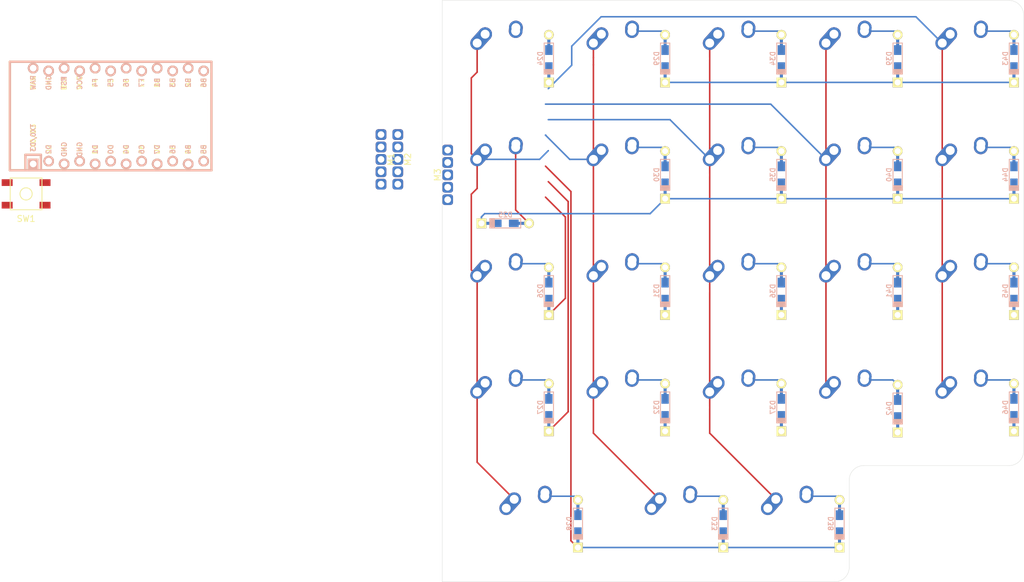
<source format=kicad_pcb>
(kicad_pcb (version 20171130) (host pcbnew "(5.1.12)-1")

  (general
    (thickness 1.6)
    (drawings 10)
    (tracks 109)
    (zones 0)
    (modules 51)
    (nets 46)
  )

  (page A4)
  (layers
    (0 F.Cu signal)
    (31 B.Cu signal)
    (32 B.Adhes user)
    (33 F.Adhes user)
    (34 B.Paste user)
    (35 F.Paste user)
    (36 B.SilkS user)
    (37 F.SilkS user)
    (38 B.Mask user)
    (39 F.Mask user)
    (40 Dwgs.User user)
    (41 Cmts.User user)
    (42 Eco1.User user)
    (43 Eco2.User user)
    (44 Edge.Cuts user)
    (45 Margin user)
    (46 B.CrtYd user)
    (47 F.CrtYd user)
    (48 B.Fab user)
    (49 F.Fab user)
  )

  (setup
    (last_trace_width 0.254)
    (trace_clearance 0.2)
    (zone_clearance 0.508)
    (zone_45_only no)
    (trace_min 0.2)
    (via_size 0.8)
    (via_drill 0.4)
    (via_min_size 0.4)
    (via_min_drill 0.3)
    (uvia_size 0.3)
    (uvia_drill 0.1)
    (uvias_allowed no)
    (uvia_min_size 0.2)
    (uvia_min_drill 0.1)
    (edge_width 0.05)
    (segment_width 0.2)
    (pcb_text_width 0.3)
    (pcb_text_size 1.5 1.5)
    (mod_edge_width 0.12)
    (mod_text_size 1 1)
    (mod_text_width 0.15)
    (pad_size 1.524 1.524)
    (pad_drill 0.762)
    (pad_to_mask_clearance 0)
    (aux_axis_origin 0 0)
    (visible_elements 7FFFFFFF)
    (pcbplotparams
      (layerselection 0x010f0_ffffffff)
      (usegerberextensions true)
      (usegerberattributes true)
      (usegerberadvancedattributes true)
      (creategerberjobfile false)
      (excludeedgelayer true)
      (linewidth 0.100000)
      (plotframeref false)
      (viasonmask false)
      (mode 1)
      (useauxorigin false)
      (hpglpennumber 1)
      (hpglpenspeed 20)
      (hpglpendiameter 15.000000)
      (psnegative false)
      (psa4output false)
      (plotreference true)
      (plotvalue true)
      (plotinvisibletext false)
      (padsonsilk false)
      (subtractmaskfromsilk true)
      (outputformat 1)
      (mirror false)
      (drillshape 0)
      (scaleselection 1)
      (outputdirectory "Gerbers/"))
  )

  (net 0 "")
  (net 1 ROW0)
  (net 2 ROW1)
  (net 3 ROW2)
  (net 4 ROW3)
  (net 5 ROW4)
  (net 6 "Net-(D24-Pad2)")
  (net 7 "Net-(D25-Pad2)")
  (net 8 "Net-(D26-Pad2)")
  (net 9 "Net-(D27-Pad2)")
  (net 10 "Net-(D28-Pad2)")
  (net 11 "Net-(D29-Pad2)")
  (net 12 "Net-(D30-Pad2)")
  (net 13 "Net-(D31-Pad2)")
  (net 14 "Net-(D32-Pad2)")
  (net 15 "Net-(D33-Pad2)")
  (net 16 "Net-(D34-Pad2)")
  (net 17 "Net-(D35-Pad2)")
  (net 18 "Net-(D36-Pad2)")
  (net 19 "Net-(D37-Pad2)")
  (net 20 "Net-(D38-Pad2)")
  (net 21 "Net-(D39-Pad2)")
  (net 22 "Net-(D40-Pad2)")
  (net 23 "Net-(D41-Pad2)")
  (net 24 "Net-(D42-Pad2)")
  (net 25 "Net-(D43-Pad2)")
  (net 26 "Net-(D44-Pad2)")
  (net 27 "Net-(D45-Pad2)")
  (net 28 "Net-(D46-Pad2)")
  (net 29 COL5)
  (net 30 COL6)
  (net 31 COL7)
  (net 32 COL8)
  (net 33 COL9)
  (net 34 COL4)
  (net 35 COL3)
  (net 36 COL2)
  (net 37 COL1)
  (net 38 COL0)
  (net 39 GND)
  (net 40 "Net-(SW1-Pad1)")
  (net 41 "Net-(U1-Pad24)")
  (net 42 VCC)
  (net 43 "Net-(U1-Pad14)")
  (net 44 "Net-(U1-Pad2)")
  (net 45 "Net-(U1-Pad1)")

  (net_class Default "This is the default net class."
    (clearance 0.2)
    (trace_width 0.254)
    (via_dia 0.8)
    (via_drill 0.4)
    (uvia_dia 0.3)
    (uvia_drill 0.1)
    (add_net COL0)
    (add_net COL1)
    (add_net COL2)
    (add_net COL3)
    (add_net COL4)
    (add_net COL5)
    (add_net COL6)
    (add_net COL7)
    (add_net COL8)
    (add_net COL9)
    (add_net GND)
    (add_net "Net-(D24-Pad2)")
    (add_net "Net-(D25-Pad2)")
    (add_net "Net-(D26-Pad2)")
    (add_net "Net-(D27-Pad2)")
    (add_net "Net-(D28-Pad2)")
    (add_net "Net-(D29-Pad2)")
    (add_net "Net-(D30-Pad2)")
    (add_net "Net-(D31-Pad2)")
    (add_net "Net-(D32-Pad2)")
    (add_net "Net-(D33-Pad2)")
    (add_net "Net-(D34-Pad2)")
    (add_net "Net-(D35-Pad2)")
    (add_net "Net-(D36-Pad2)")
    (add_net "Net-(D37-Pad2)")
    (add_net "Net-(D38-Pad2)")
    (add_net "Net-(D39-Pad2)")
    (add_net "Net-(D40-Pad2)")
    (add_net "Net-(D41-Pad2)")
    (add_net "Net-(D42-Pad2)")
    (add_net "Net-(D43-Pad2)")
    (add_net "Net-(D44-Pad2)")
    (add_net "Net-(D45-Pad2)")
    (add_net "Net-(D46-Pad2)")
    (add_net "Net-(SW1-Pad1)")
    (add_net "Net-(U1-Pad1)")
    (add_net "Net-(U1-Pad14)")
    (add_net "Net-(U1-Pad2)")
    (add_net "Net-(U1-Pad24)")
    (add_net ROW0)
    (add_net ROW1)
    (add_net ROW2)
    (add_net ROW3)
    (add_net ROW4)
    (add_net VCC)
  )

  (net_class Power ""
    (clearance 0.2)
    (trace_width 0.381)
    (via_dia 0.8)
    (via_drill 0.4)
    (uvia_dia 0.3)
    (uvia_drill 0.1)
  )

  (module modular:1x5 (layer F.Cu) (tedit 61D090E1) (tstamp 61D14D8A)
    (at 108.839 41.783 180)
    (path /61F32839)
    (fp_text reference M3 (at 1.651 0.508 90) (layer F.SilkS)
      (effects (font (size 1 1) (thickness 0.15)))
    )
    (fp_text value 1x5 (at -1.524 0.508 90) (layer F.Fab)
      (effects (font (size 1 1) (thickness 0.15)))
    )
    (pad 5 thru_hole roundrect (at 0 4.572 180) (size 1.7526 1.7526) (drill 1.0922) (layers *.Cu *.Mask) (roundrect_rratio 0.25)
      (net 33 COL9))
    (pad 4 thru_hole roundrect (at 0 2.54 180) (size 1.7526 1.7526) (drill 1.0922) (layers *.Cu *.Mask) (roundrect_rratio 0.25)
      (net 32 COL8))
    (pad 3 thru_hole roundrect (at 0 0.508 180) (size 1.7526 1.7526) (drill 1.0922) (layers *.Cu *.Mask) (roundrect_rratio 0.25)
      (net 31 COL7))
    (pad 2 thru_hole roundrect (at 0 -1.524 180) (size 1.7526 1.7526) (drill 1.0922) (layers *.Cu *.Mask) (roundrect_rratio 0.25)
      (net 30 COL6))
    (pad 1 thru_hole roundrect (at 0 -3.556 180) (size 1.7526 1.7526) (drill 1.0922) (layers *.Cu *.Mask) (roundrect_rratio 0.25)
      (net 29 COL5))
  )

  (module modular:1x5 (layer F.Cu) (tedit 61D090E1) (tstamp 61D14D81)
    (at 100.667 38.227)
    (path /61F32250)
    (fp_text reference M2 (at 1.651 0.508 90) (layer F.SilkS)
      (effects (font (size 1 1) (thickness 0.15)))
    )
    (fp_text value 1x5 (at -1.524 0.508 90) (layer F.Fab)
      (effects (font (size 1 1) (thickness 0.15)))
    )
    (pad 5 thru_hole roundrect (at 0 4.572) (size 1.7526 1.7526) (drill 1.0922) (layers *.Cu *.Mask) (roundrect_rratio 0.25)
      (net 34 COL4))
    (pad 4 thru_hole roundrect (at 0 2.54) (size 1.7526 1.7526) (drill 1.0922) (layers *.Cu *.Mask) (roundrect_rratio 0.25)
      (net 35 COL3))
    (pad 3 thru_hole roundrect (at 0 0.508) (size 1.7526 1.7526) (drill 1.0922) (layers *.Cu *.Mask) (roundrect_rratio 0.25)
      (net 36 COL2))
    (pad 2 thru_hole roundrect (at 0 -1.524) (size 1.7526 1.7526) (drill 1.0922) (layers *.Cu *.Mask) (roundrect_rratio 0.25)
      (net 37 COL1))
    (pad 1 thru_hole roundrect (at 0 -3.556) (size 1.7526 1.7526) (drill 1.0922) (layers *.Cu *.Mask) (roundrect_rratio 0.25)
      (net 38 COL0))
  )

  (module modular:1x5 (layer F.Cu) (tedit 61D090E1) (tstamp 61D14D78)
    (at 97.917 38.227)
    (path /61F31400)
    (fp_text reference M1 (at 1.651 0.508 90) (layer F.SilkS)
      (effects (font (size 1 1) (thickness 0.15)))
    )
    (fp_text value 1x5 (at -1.524 0.508 90) (layer F.Fab)
      (effects (font (size 1 1) (thickness 0.15)))
    )
    (pad 5 thru_hole roundrect (at 0 4.572) (size 1.7526 1.7526) (drill 1.0922) (layers *.Cu *.Mask) (roundrect_rratio 0.25)
      (net 5 ROW4))
    (pad 4 thru_hole roundrect (at 0 2.54) (size 1.7526 1.7526) (drill 1.0922) (layers *.Cu *.Mask) (roundrect_rratio 0.25)
      (net 4 ROW3))
    (pad 3 thru_hole roundrect (at 0 0.508) (size 1.7526 1.7526) (drill 1.0922) (layers *.Cu *.Mask) (roundrect_rratio 0.25)
      (net 3 ROW2))
    (pad 2 thru_hole roundrect (at 0 -1.524) (size 1.7526 1.7526) (drill 1.0922) (layers *.Cu *.Mask) (roundrect_rratio 0.25)
      (net 2 ROW1))
    (pad 1 thru_hole roundrect (at 0 -3.556) (size 1.7526 1.7526) (drill 1.0922) (layers *.Cu *.Mask) (roundrect_rratio 0.25)
      (net 1 ROW0))
  )

  (module Keebio-Parts:ArduinoProMicro-ZigZag (layer F.Cu) (tedit 5BDF4FCE) (tstamp 61D11E13)
    (at 54.897251 31.635701)
    (path /61D0EDD3)
    (fp_text reference U1 (at 0 1.625) (layer F.SilkS) hide
      (effects (font (size 1 1) (thickness 0.2)))
    )
    (fp_text value ProMicro (at 0 0) (layer F.SilkS) hide
      (effects (font (size 1 1) (thickness 0.2)))
    )
    (fp_text user ST (at -8.91 -5.04 90) (layer B.SilkS)
      (effects (font (size 0.8 0.8) (thickness 0.15)) (justify mirror))
    )
    (fp_text user TX0/D3 (at -13.97 3.571872 90) (layer F.SilkS)
      (effects (font (size 0.8 0.8) (thickness 0.15)))
    )
    (fp_text user TX0/D3 (at -13.97 3.571872 90) (layer B.SilkS)
      (effects (font (size 0.8 0.8) (thickness 0.15)) (justify mirror))
    )
    (fp_text user D2 (at -11.43 5.461 90) (layer F.SilkS)
      (effects (font (size 0.8 0.8) (thickness 0.15)))
    )
    (fp_text user D0 (at -1.27 5.461 90) (layer F.SilkS)
      (effects (font (size 0.8 0.8) (thickness 0.15)))
    )
    (fp_text user D1 (at -3.81 5.461 90) (layer F.SilkS)
      (effects (font (size 0.8 0.8) (thickness 0.15)))
    )
    (fp_text user GND (at -6.35 5.461 90) (layer F.SilkS)
      (effects (font (size 0.8 0.8) (thickness 0.15)))
    )
    (fp_text user GND (at -8.89 5.461 90) (layer F.SilkS)
      (effects (font (size 0.8 0.8) (thickness 0.15)))
    )
    (fp_text user D4 (at 1.27 5.461 90) (layer F.SilkS)
      (effects (font (size 0.8 0.8) (thickness 0.15)))
    )
    (fp_text user C6 (at 3.81 5.461 90) (layer F.SilkS)
      (effects (font (size 0.8 0.8) (thickness 0.15)))
    )
    (fp_text user D7 (at 6.35 5.461 90) (layer F.SilkS)
      (effects (font (size 0.8 0.8) (thickness 0.15)))
    )
    (fp_text user E6 (at 8.89 5.461 90) (layer F.SilkS)
      (effects (font (size 0.8 0.8) (thickness 0.15)))
    )
    (fp_text user B4 (at 11.43 5.461 90) (layer F.SilkS)
      (effects (font (size 0.8 0.8) (thickness 0.15)))
    )
    (fp_text user B5 (at 13.97 5.461 90) (layer F.SilkS)
      (effects (font (size 0.8 0.8) (thickness 0.15)))
    )
    (fp_text user B6 (at 13.97 -5.461 90) (layer F.SilkS)
      (effects (font (size 0.8 0.8) (thickness 0.15)))
    )
    (fp_text user B2 (at 11.43 -5.461 90) (layer B.SilkS)
      (effects (font (size 0.8 0.8) (thickness 0.15)) (justify mirror))
    )
    (fp_text user B3 (at 8.89 -5.461 90) (layer F.SilkS)
      (effects (font (size 0.8 0.8) (thickness 0.15)))
    )
    (fp_text user B1 (at 6.35 -5.461 90) (layer F.SilkS)
      (effects (font (size 0.8 0.8) (thickness 0.15)))
    )
    (fp_text user F7 (at 3.81 -5.461 90) (layer B.SilkS)
      (effects (font (size 0.8 0.8) (thickness 0.15)) (justify mirror))
    )
    (fp_text user F6 (at 1.27 -5.461 90) (layer B.SilkS)
      (effects (font (size 0.8 0.8) (thickness 0.15)) (justify mirror))
    )
    (fp_text user F5 (at -1.27 -5.461 90) (layer B.SilkS)
      (effects (font (size 0.8 0.8) (thickness 0.15)) (justify mirror))
    )
    (fp_text user F4 (at -3.81 -5.461 90) (layer F.SilkS)
      (effects (font (size 0.8 0.8) (thickness 0.15)))
    )
    (fp_text user VCC (at -6.35 -5.461 90) (layer F.SilkS)
      (effects (font (size 0.8 0.8) (thickness 0.15)))
    )
    (fp_text user ST (at -8.92 -5.73312 90) (layer F.SilkS)
      (effects (font (size 0.8 0.8) (thickness 0.15)))
    )
    (fp_text user GND (at -11.43 -5.461 90) (layer F.SilkS)
      (effects (font (size 0.8 0.8) (thickness 0.15)))
    )
    (fp_text user RAW (at -13.97 -5.461 90) (layer F.SilkS)
      (effects (font (size 0.8 0.8) (thickness 0.15)))
    )
    (fp_text user RAW (at -13.97 -5.461 90) (layer B.SilkS)
      (effects (font (size 0.8 0.8) (thickness 0.15)) (justify mirror))
    )
    (fp_text user GND (at -11.43 -5.461 90) (layer B.SilkS)
      (effects (font (size 0.8 0.8) (thickness 0.15)) (justify mirror))
    )
    (fp_text user VCC (at -6.35 -5.461 90) (layer B.SilkS)
      (effects (font (size 0.8 0.8) (thickness 0.15)) (justify mirror))
    )
    (fp_text user F4 (at -3.81 -5.461 90) (layer B.SilkS)
      (effects (font (size 0.8 0.8) (thickness 0.15)) (justify mirror))
    )
    (fp_text user F5 (at -1.27 -5.461 90) (layer F.SilkS)
      (effects (font (size 0.8 0.8) (thickness 0.15)))
    )
    (fp_text user F6 (at 1.27 -5.461 90) (layer F.SilkS)
      (effects (font (size 0.8 0.8) (thickness 0.15)))
    )
    (fp_text user F7 (at 3.81 -5.461 90) (layer F.SilkS)
      (effects (font (size 0.8 0.8) (thickness 0.15)))
    )
    (fp_text user B1 (at 6.35 -5.461 90) (layer B.SilkS)
      (effects (font (size 0.8 0.8) (thickness 0.15)) (justify mirror))
    )
    (fp_text user B3 (at 8.89 -5.461 90) (layer B.SilkS)
      (effects (font (size 0.8 0.8) (thickness 0.15)) (justify mirror))
    )
    (fp_text user B2 (at 11.43 -5.461 90) (layer F.SilkS)
      (effects (font (size 0.8 0.8) (thickness 0.15)))
    )
    (fp_text user B6 (at 13.97 -5.461 90) (layer B.SilkS)
      (effects (font (size 0.8 0.8) (thickness 0.15)) (justify mirror))
    )
    (fp_text user B5 (at 13.97 5.461 90) (layer B.SilkS)
      (effects (font (size 0.8 0.8) (thickness 0.15)) (justify mirror))
    )
    (fp_text user B4 (at 11.43 5.461 90) (layer B.SilkS)
      (effects (font (size 0.8 0.8) (thickness 0.15)) (justify mirror))
    )
    (fp_text user E6 (at 8.89 5.461 90) (layer B.SilkS)
      (effects (font (size 0.8 0.8) (thickness 0.15)) (justify mirror))
    )
    (fp_text user D7 (at 6.35 5.461 90) (layer B.SilkS)
      (effects (font (size 0.8 0.8) (thickness 0.15)) (justify mirror))
    )
    (fp_text user C6 (at 3.81 5.461 90) (layer B.SilkS)
      (effects (font (size 0.8 0.8) (thickness 0.15)) (justify mirror))
    )
    (fp_text user D4 (at 1.27 5.461 90) (layer B.SilkS)
      (effects (font (size 0.8 0.8) (thickness 0.15)) (justify mirror))
    )
    (fp_text user GND (at -8.89 5.461 90) (layer B.SilkS)
      (effects (font (size 0.8 0.8) (thickness 0.15)) (justify mirror))
    )
    (fp_text user GND (at -6.35 5.461 90) (layer B.SilkS)
      (effects (font (size 0.8 0.8) (thickness 0.15)) (justify mirror))
    )
    (fp_text user D1 (at -3.81 5.461 90) (layer B.SilkS)
      (effects (font (size 0.8 0.8) (thickness 0.15)) (justify mirror))
    )
    (fp_text user D0 (at -1.27 5.461 90) (layer B.SilkS)
      (effects (font (size 0.8 0.8) (thickness 0.15)) (justify mirror))
    )
    (fp_text user D2 (at -11.43 5.461 90) (layer B.SilkS)
      (effects (font (size 0.8 0.8) (thickness 0.15)) (justify mirror))
    )
    (fp_line (start -12.7 6.35) (end -12.7 8.89) (layer B.SilkS) (width 0.381))
    (fp_line (start -15.24 6.35) (end -12.7 6.35) (layer B.SilkS) (width 0.381))
    (fp_line (start -15.24 8.89) (end 15.24 8.89) (layer F.SilkS) (width 0.381))
    (fp_line (start 15.24 8.89) (end 15.24 -8.89) (layer F.SilkS) (width 0.381))
    (fp_line (start 15.24 -8.89) (end -15.24 -8.89) (layer F.SilkS) (width 0.381))
    (fp_line (start -15.24 6.35) (end -12.7 6.35) (layer F.SilkS) (width 0.381))
    (fp_line (start -12.7 6.35) (end -12.7 8.89) (layer F.SilkS) (width 0.381))
    (fp_poly (pts (xy -9.36064 -4.931568) (xy -9.06064 -4.931568) (xy -9.06064 -4.831568) (xy -9.36064 -4.831568)) (layer F.SilkS) (width 0.15))
    (fp_poly (pts (xy -8.96064 -4.731568) (xy -8.86064 -4.731568) (xy -8.86064 -4.631568) (xy -8.96064 -4.631568)) (layer F.SilkS) (width 0.15))
    (fp_poly (pts (xy -9.36064 -4.931568) (xy -9.26064 -4.931568) (xy -9.26064 -4.431568) (xy -9.36064 -4.431568)) (layer F.SilkS) (width 0.15))
    (fp_poly (pts (xy -9.36064 -4.531568) (xy -8.56064 -4.531568) (xy -8.56064 -4.431568) (xy -9.36064 -4.431568)) (layer F.SilkS) (width 0.15))
    (fp_poly (pts (xy -8.76064 -4.931568) (xy -8.56064 -4.931568) (xy -8.56064 -4.831568) (xy -8.76064 -4.831568)) (layer F.SilkS) (width 0.15))
    (fp_poly (pts (xy -8.95097 -6.044635) (xy -8.85097 -6.044635) (xy -8.85097 -6.144635) (xy -8.95097 -6.144635)) (layer B.SilkS) (width 0.15))
    (fp_poly (pts (xy -9.35097 -6.244635) (xy -8.55097 -6.244635) (xy -8.55097 -6.344635) (xy -9.35097 -6.344635)) (layer B.SilkS) (width 0.15))
    (fp_poly (pts (xy -8.75097 -5.844635) (xy -8.55097 -5.844635) (xy -8.55097 -5.944635) (xy -8.75097 -5.944635)) (layer B.SilkS) (width 0.15))
    (fp_poly (pts (xy -9.35097 -5.844635) (xy -9.05097 -5.844635) (xy -9.05097 -5.944635) (xy -9.35097 -5.944635)) (layer B.SilkS) (width 0.15))
    (fp_poly (pts (xy -9.35097 -5.844635) (xy -9.25097 -5.844635) (xy -9.25097 -6.344635) (xy -9.35097 -6.344635)) (layer B.SilkS) (width 0.15))
    (fp_line (start 15.24 -8.89) (end -17.78 -8.89) (layer B.SilkS) (width 0.381))
    (fp_line (start 15.24 8.89) (end 15.24 -8.89) (layer B.SilkS) (width 0.381))
    (fp_line (start -17.78 8.89) (end 15.24 8.89) (layer B.SilkS) (width 0.381))
    (fp_line (start -17.78 -8.89) (end -17.78 8.89) (layer B.SilkS) (width 0.381))
    (fp_line (start -15.24 -8.89) (end -17.78 -8.89) (layer F.SilkS) (width 0.381))
    (fp_line (start -17.78 -8.89) (end -17.78 8.89) (layer F.SilkS) (width 0.381))
    (fp_line (start -17.78 8.89) (end -15.24 8.89) (layer F.SilkS) (width 0.381))
    (fp_line (start -14.224 -3.556) (end -14.224 3.81) (layer Dwgs.User) (width 0.2))
    (fp_line (start -14.224 3.81) (end -19.304 3.81) (layer Dwgs.User) (width 0.2))
    (fp_line (start -19.304 3.81) (end -19.304 -3.556) (layer Dwgs.User) (width 0.2))
    (fp_line (start -19.304 -3.556) (end -14.224 -3.556) (layer Dwgs.User) (width 0.2))
    (fp_line (start -15.24 6.35) (end -15.24 8.89) (layer B.SilkS) (width 0.381))
    (fp_line (start -15.24 6.35) (end -15.24 8.89) (layer F.SilkS) (width 0.381))
    (pad 24 thru_hole circle (at -13.97 -7.8486) (size 1.7526 1.7526) (drill 1.0922) (layers *.Cu *.SilkS *.Mask)
      (net 41 "Net-(U1-Pad24)"))
    (pad 12 thru_hole circle (at 13.97 7.3914) (size 1.7526 1.7526) (drill 1.0922) (layers *.Cu *.SilkS *.Mask)
      (net 3 ROW2))
    (pad 23 thru_hole circle (at -11.43 -7.3914) (size 1.7526 1.7526) (drill 1.0922) (layers *.Cu *.SilkS *.Mask)
      (net 39 GND))
    (pad 22 thru_hole circle (at -8.89 -7.8486) (size 1.7526 1.7526) (drill 1.0922) (layers *.Cu *.SilkS *.Mask)
      (net 40 "Net-(SW1-Pad1)"))
    (pad 21 thru_hole circle (at -6.35 -7.3914) (size 1.7526 1.7526) (drill 1.0922) (layers *.Cu *.SilkS *.Mask)
      (net 42 VCC))
    (pad 20 thru_hole circle (at -3.81 -7.8486) (size 1.7526 1.7526) (drill 1.0922) (layers *.Cu *.SilkS *.Mask)
      (net 1 ROW0))
    (pad 19 thru_hole circle (at -1.27 -7.3914) (size 1.7526 1.7526) (drill 1.0922) (layers *.Cu *.SilkS *.Mask)
      (net 38 COL0))
    (pad 18 thru_hole circle (at 1.27 -7.8486) (size 1.7526 1.7526) (drill 1.0922) (layers *.Cu *.SilkS *.Mask)
      (net 37 COL1))
    (pad 17 thru_hole circle (at 3.81 -7.3914) (size 1.7526 1.7526) (drill 1.0922) (layers *.Cu *.SilkS *.Mask)
      (net 36 COL2))
    (pad 16 thru_hole circle (at 6.35 -7.8486) (size 1.7526 1.7526) (drill 1.0922) (layers *.Cu *.SilkS *.Mask)
      (net 35 COL3))
    (pad 15 thru_hole circle (at 8.89 -7.3914) (size 1.7526 1.7526) (drill 1.0922) (layers *.Cu *.SilkS *.Mask)
      (net 34 COL4))
    (pad 14 thru_hole circle (at 11.43 -7.8486) (size 1.7526 1.7526) (drill 1.0922) (layers *.Cu *.SilkS *.Mask)
      (net 43 "Net-(U1-Pad14)"))
    (pad 13 thru_hole circle (at 13.97 -7.3914) (size 1.7526 1.7526) (drill 1.0922) (layers *.Cu *.SilkS *.Mask)
      (net 2 ROW1))
    (pad 11 thru_hole circle (at 11.43 7.8486) (size 1.7526 1.7526) (drill 1.0922) (layers *.Cu *.SilkS *.Mask)
      (net 4 ROW3))
    (pad 10 thru_hole circle (at 8.89 7.3914) (size 1.7526 1.7526) (drill 1.0922) (layers *.Cu *.SilkS *.Mask)
      (net 5 ROW4))
    (pad 9 thru_hole circle (at 6.35 7.8486) (size 1.7526 1.7526) (drill 1.0922) (layers *.Cu *.SilkS *.Mask)
      (net 29 COL5))
    (pad 8 thru_hole circle (at 3.81 7.3914) (size 1.7526 1.7526) (drill 1.0922) (layers *.Cu *.SilkS *.Mask)
      (net 30 COL6))
    (pad 7 thru_hole circle (at 1.27 7.8486) (size 1.7526 1.7526) (drill 1.0922) (layers *.Cu *.SilkS *.Mask)
      (net 31 COL7))
    (pad 6 thru_hole circle (at -1.27 7.3914) (size 1.7526 1.7526) (drill 1.0922) (layers *.Cu *.SilkS *.Mask)
      (net 32 COL8))
    (pad 5 thru_hole circle (at -3.81 7.8486) (size 1.7526 1.7526) (drill 1.0922) (layers *.Cu *.SilkS *.Mask)
      (net 33 COL9))
    (pad 4 thru_hole circle (at -6.35 7.3914) (size 1.7526 1.7526) (drill 1.0922) (layers *.Cu *.SilkS *.Mask)
      (net 39 GND))
    (pad 3 thru_hole circle (at -8.89 7.8486) (size 1.7526 1.7526) (drill 1.0922) (layers *.Cu *.SilkS *.Mask)
      (net 39 GND))
    (pad 2 thru_hole circle (at -11.43 7.3914) (size 1.7526 1.7526) (drill 1.0922) (layers *.Cu *.SilkS *.Mask)
      (net 44 "Net-(U1-Pad2)"))
    (pad 1 thru_hole rect (at -13.97 7.8486) (size 1.7526 1.7526) (drill 1.0922) (layers *.Cu *.SilkS *.Mask)
      (net 45 "Net-(U1-Pad1)"))
    (model /Users/danny/Documents/proj/custom-keyboard/kicad-libs/3d_models/ArduinoProMicro.wrl
      (offset (xyz -13.96999979019165 -7.619999885559082 -5.841999912261963))
      (scale (xyz 0.395 0.395 0.395))
      (rotate (xyz 90 180 180))
    )
  )

  (module random-keyboard-parts:SKQG-1155865 (layer F.Cu) (tedit 5E62B398) (tstamp 61D11DA9)
    (at 39.768251 44.390201)
    (path /61D27B43)
    (attr smd)
    (fp_text reference SW1 (at 0 4.064) (layer F.SilkS)
      (effects (font (size 1 1) (thickness 0.15)))
    )
    (fp_text value SW_Push (at 0 -4.064) (layer F.Fab)
      (effects (font (size 1 1) (thickness 0.15)))
    )
    (fp_line (start -2.6 1.1) (end -1.1 2.6) (layer F.Fab) (width 0.15))
    (fp_line (start 2.6 1.1) (end 1.1 2.6) (layer F.Fab) (width 0.15))
    (fp_line (start 2.6 -1.1) (end 1.1 -2.6) (layer F.Fab) (width 0.15))
    (fp_line (start -2.6 -1.1) (end -1.1 -2.6) (layer F.Fab) (width 0.15))
    (fp_circle (center 0 0) (end 1 0) (layer F.Fab) (width 0.15))
    (fp_line (start -4.2 -1.1) (end -4.2 -2.6) (layer F.Fab) (width 0.15))
    (fp_line (start -2.6 -1.1) (end -4.2 -1.1) (layer F.Fab) (width 0.15))
    (fp_line (start -2.6 1.1) (end -2.6 -1.1) (layer F.Fab) (width 0.15))
    (fp_line (start -4.2 1.1) (end -2.6 1.1) (layer F.Fab) (width 0.15))
    (fp_line (start -4.2 2.6) (end -4.2 1.1) (layer F.Fab) (width 0.15))
    (fp_line (start 4.2 2.6) (end -4.2 2.6) (layer F.Fab) (width 0.15))
    (fp_line (start 4.2 1.1) (end 4.2 2.6) (layer F.Fab) (width 0.15))
    (fp_line (start 2.6 1.1) (end 4.2 1.1) (layer F.Fab) (width 0.15))
    (fp_line (start 2.6 -1.1) (end 2.6 1.1) (layer F.Fab) (width 0.15))
    (fp_line (start 4.2 -1.1) (end 2.6 -1.1) (layer F.Fab) (width 0.15))
    (fp_line (start 4.2 -2.6) (end 4.2 -1.2) (layer F.Fab) (width 0.15))
    (fp_line (start -4.2 -2.6) (end 4.2 -2.6) (layer F.Fab) (width 0.15))
    (fp_circle (center 0 0) (end 1 0) (layer F.SilkS) (width 0.15))
    (fp_line (start -2.6 2.6) (end -2.6 -2.6) (layer F.SilkS) (width 0.15))
    (fp_line (start 2.6 2.6) (end -2.6 2.6) (layer F.SilkS) (width 0.15))
    (fp_line (start 2.6 -2.6) (end 2.6 2.6) (layer F.SilkS) (width 0.15))
    (fp_line (start -2.6 -2.6) (end 2.6 -2.6) (layer F.SilkS) (width 0.15))
    (pad 4 smd rect (at -3.1 1.85) (size 1.8 1.1) (layers F.Cu F.Paste F.Mask))
    (pad 3 smd rect (at 3.1 -1.85) (size 1.8 1.1) (layers F.Cu F.Paste F.Mask))
    (pad 2 smd rect (at -3.1 -1.85) (size 1.8 1.1) (layers F.Cu F.Paste F.Mask)
      (net 39 GND))
    (pad 1 smd rect (at 3.1 1.85) (size 1.8 1.1) (layers F.Cu F.Paste F.Mask)
      (net 40 "Net-(SW1-Pad1)"))
    (model ${KISYS3DMOD}/Button_Switch_SMD.3dshapes/SW_SPST_TL3342.step
      (at (xyz 0 0 0))
      (scale (xyz 1 1 1))
      (rotate (xyz 0 0 0))
    )
  )

  (module MX_Alps_Hybrid:MX-1U-NoLED (layer F.Cu) (tedit 5A9F5203) (tstamp 61D0DED0)
    (at 117.475 41.275)
    (path /61D98050)
    (fp_text reference MX25 (at 0 3.175) (layer Dwgs.User)
      (effects (font (size 1 1) (thickness 0.15)))
    )
    (fp_text value MX-NoLED (at 0 -7.9375) (layer Dwgs.User)
      (effects (font (size 1 1) (thickness 0.15)))
    )
    (fp_line (start -9.525 9.525) (end -9.525 -9.525) (layer Dwgs.User) (width 0.15))
    (fp_line (start 9.525 9.525) (end -9.525 9.525) (layer Dwgs.User) (width 0.15))
    (fp_line (start 9.525 -9.525) (end 9.525 9.525) (layer Dwgs.User) (width 0.15))
    (fp_line (start -9.525 -9.525) (end 9.525 -9.525) (layer Dwgs.User) (width 0.15))
    (fp_line (start -7 -7) (end -7 -5) (layer Dwgs.User) (width 0.15))
    (fp_line (start -5 -7) (end -7 -7) (layer Dwgs.User) (width 0.15))
    (fp_line (start -7 7) (end -5 7) (layer Dwgs.User) (width 0.15))
    (fp_line (start -7 5) (end -7 7) (layer Dwgs.User) (width 0.15))
    (fp_line (start 7 7) (end 7 5) (layer Dwgs.User) (width 0.15))
    (fp_line (start 5 7) (end 7 7) (layer Dwgs.User) (width 0.15))
    (fp_line (start 7 -7) (end 7 -5) (layer Dwgs.User) (width 0.15))
    (fp_line (start 5 -7) (end 7 -7) (layer Dwgs.User) (width 0.15))
    (pad 2 thru_hole oval (at 2.5 -4.5 86.0548) (size 2.831378 2.25) (drill 1.47 (offset 0.290689 0)) (layers *.Cu B.Mask)
      (net 7 "Net-(D25-Pad2)"))
    (pad 2 thru_hole circle (at 2.54 -5.08) (size 2.25 2.25) (drill 1.47) (layers *.Cu B.Mask)
      (net 7 "Net-(D25-Pad2)"))
    (pad 1 thru_hole oval (at -3.81 -2.54 48.0996) (size 4.211556 2.25) (drill 1.47 (offset 0.980778 0)) (layers *.Cu B.Mask)
      (net 29 COL5))
    (pad "" np_thru_hole circle (at 0 0) (size 3.9878 3.9878) (drill 3.9878) (layers *.Cu *.Mask))
    (pad 1 thru_hole circle (at -2.5 -4) (size 2.25 2.25) (drill 1.47) (layers *.Cu B.Mask)
      (net 29 COL5))
    (pad "" np_thru_hole circle (at -5.08 0 48.0996) (size 1.75 1.75) (drill 1.75) (layers *.Cu *.Mask))
    (pad "" np_thru_hole circle (at 5.08 0 48.0996) (size 1.75 1.75) (drill 1.75) (layers *.Cu *.Mask))
  )

  (module MX_Alps_Hybrid:MX-1.5U-NoLED (layer F.Cu) (tedit 5A9F5217) (tstamp 61D0DF15)
    (at 122.2375 98.425)
    (path /61DD74A7)
    (fp_text reference MX28 (at 0 3.175) (layer Dwgs.User)
      (effects (font (size 1 1) (thickness 0.15)))
    )
    (fp_text value MX-NoLED (at 0 -7.9375) (layer Dwgs.User)
      (effects (font (size 1 1) (thickness 0.15)))
    )
    (fp_line (start -14.2875 9.525) (end -14.2875 -9.525) (layer Dwgs.User) (width 0.15))
    (fp_line (start 14.2875 9.525) (end -14.2875 9.525) (layer Dwgs.User) (width 0.15))
    (fp_line (start 14.2875 -9.525) (end 14.2875 9.525) (layer Dwgs.User) (width 0.15))
    (fp_line (start -14.2875 -9.525) (end 14.2875 -9.525) (layer Dwgs.User) (width 0.15))
    (fp_line (start -7 -7) (end -7 -5) (layer Dwgs.User) (width 0.15))
    (fp_line (start -5 -7) (end -7 -7) (layer Dwgs.User) (width 0.15))
    (fp_line (start -7 7) (end -5 7) (layer Dwgs.User) (width 0.15))
    (fp_line (start -7 5) (end -7 7) (layer Dwgs.User) (width 0.15))
    (fp_line (start 7 7) (end 7 5) (layer Dwgs.User) (width 0.15))
    (fp_line (start 5 7) (end 7 7) (layer Dwgs.User) (width 0.15))
    (fp_line (start 7 -7) (end 7 -5) (layer Dwgs.User) (width 0.15))
    (fp_line (start 5 -7) (end 7 -7) (layer Dwgs.User) (width 0.15))
    (pad 2 thru_hole oval (at 2.5 -4.5 86.0548) (size 2.831378 2.25) (drill 1.47 (offset 0.290689 0)) (layers *.Cu B.Mask)
      (net 10 "Net-(D28-Pad2)"))
    (pad 2 thru_hole circle (at 2.54 -5.08) (size 2.25 2.25) (drill 1.47) (layers *.Cu B.Mask)
      (net 10 "Net-(D28-Pad2)"))
    (pad 1 thru_hole oval (at -3.81 -2.54 48.0996) (size 4.211556 2.25) (drill 1.47 (offset 0.980778 0)) (layers *.Cu B.Mask)
      (net 29 COL5))
    (pad "" np_thru_hole circle (at 0 0) (size 3.9878 3.9878) (drill 3.9878) (layers *.Cu *.Mask))
    (pad 1 thru_hole circle (at -2.5 -4) (size 2.25 2.25) (drill 1.47) (layers *.Cu B.Mask)
      (net 29 COL5))
    (pad "" np_thru_hole circle (at -5.08 0 48.0996) (size 1.75 1.75) (drill 1.75) (layers *.Cu *.Mask))
    (pad "" np_thru_hole circle (at 5.08 0 48.0996) (size 1.75 1.75) (drill 1.75) (layers *.Cu *.Mask))
  )

  (module MX_Alps_Hybrid:MX-1U-NoLED (layer F.Cu) (tedit 5A9F5203) (tstamp 61D0E0B3)
    (at 193.675 79.375)
    (path /61D9807A)
    (fp_text reference MX46 (at 0 3.175) (layer Dwgs.User)
      (effects (font (size 1 1) (thickness 0.15)))
    )
    (fp_text value MX-NoLED (at 0 -7.9375) (layer Dwgs.User)
      (effects (font (size 1 1) (thickness 0.15)))
    )
    (fp_line (start -9.525 9.525) (end -9.525 -9.525) (layer Dwgs.User) (width 0.15))
    (fp_line (start 9.525 9.525) (end -9.525 9.525) (layer Dwgs.User) (width 0.15))
    (fp_line (start 9.525 -9.525) (end 9.525 9.525) (layer Dwgs.User) (width 0.15))
    (fp_line (start -9.525 -9.525) (end 9.525 -9.525) (layer Dwgs.User) (width 0.15))
    (fp_line (start -7 -7) (end -7 -5) (layer Dwgs.User) (width 0.15))
    (fp_line (start -5 -7) (end -7 -7) (layer Dwgs.User) (width 0.15))
    (fp_line (start -7 7) (end -5 7) (layer Dwgs.User) (width 0.15))
    (fp_line (start -7 5) (end -7 7) (layer Dwgs.User) (width 0.15))
    (fp_line (start 7 7) (end 7 5) (layer Dwgs.User) (width 0.15))
    (fp_line (start 5 7) (end 7 7) (layer Dwgs.User) (width 0.15))
    (fp_line (start 7 -7) (end 7 -5) (layer Dwgs.User) (width 0.15))
    (fp_line (start 5 -7) (end 7 -7) (layer Dwgs.User) (width 0.15))
    (pad 2 thru_hole oval (at 2.5 -4.5 86.0548) (size 2.831378 2.25) (drill 1.47 (offset 0.290689 0)) (layers *.Cu B.Mask)
      (net 28 "Net-(D46-Pad2)"))
    (pad 2 thru_hole circle (at 2.54 -5.08) (size 2.25 2.25) (drill 1.47) (layers *.Cu B.Mask)
      (net 28 "Net-(D46-Pad2)"))
    (pad 1 thru_hole oval (at -3.81 -2.54 48.0996) (size 4.211556 2.25) (drill 1.47 (offset 0.980778 0)) (layers *.Cu B.Mask)
      (net 33 COL9))
    (pad "" np_thru_hole circle (at 0 0) (size 3.9878 3.9878) (drill 3.9878) (layers *.Cu *.Mask))
    (pad 1 thru_hole circle (at -2.5 -4) (size 2.25 2.25) (drill 1.47) (layers *.Cu B.Mask)
      (net 33 COL9))
    (pad "" np_thru_hole circle (at -5.08 0 48.0996) (size 1.75 1.75) (drill 1.75) (layers *.Cu *.Mask))
    (pad "" np_thru_hole circle (at 5.08 0 48.0996) (size 1.75 1.75) (drill 1.75) (layers *.Cu *.Mask))
  )

  (module MX_Alps_Hybrid:MX-1U-NoLED (layer F.Cu) (tedit 5A9F5203) (tstamp 61D0E09C)
    (at 193.675 60.325)
    (path /61D980E3)
    (fp_text reference MX45 (at 0 3.175) (layer Dwgs.User)
      (effects (font (size 1 1) (thickness 0.15)))
    )
    (fp_text value MX-NoLED (at 0 -7.9375) (layer Dwgs.User)
      (effects (font (size 1 1) (thickness 0.15)))
    )
    (fp_line (start -9.525 9.525) (end -9.525 -9.525) (layer Dwgs.User) (width 0.15))
    (fp_line (start 9.525 9.525) (end -9.525 9.525) (layer Dwgs.User) (width 0.15))
    (fp_line (start 9.525 -9.525) (end 9.525 9.525) (layer Dwgs.User) (width 0.15))
    (fp_line (start -9.525 -9.525) (end 9.525 -9.525) (layer Dwgs.User) (width 0.15))
    (fp_line (start -7 -7) (end -7 -5) (layer Dwgs.User) (width 0.15))
    (fp_line (start -5 -7) (end -7 -7) (layer Dwgs.User) (width 0.15))
    (fp_line (start -7 7) (end -5 7) (layer Dwgs.User) (width 0.15))
    (fp_line (start -7 5) (end -7 7) (layer Dwgs.User) (width 0.15))
    (fp_line (start 7 7) (end 7 5) (layer Dwgs.User) (width 0.15))
    (fp_line (start 5 7) (end 7 7) (layer Dwgs.User) (width 0.15))
    (fp_line (start 7 -7) (end 7 -5) (layer Dwgs.User) (width 0.15))
    (fp_line (start 5 -7) (end 7 -7) (layer Dwgs.User) (width 0.15))
    (pad 2 thru_hole oval (at 2.5 -4.5 86.0548) (size 2.831378 2.25) (drill 1.47 (offset 0.290689 0)) (layers *.Cu B.Mask)
      (net 27 "Net-(D45-Pad2)"))
    (pad 2 thru_hole circle (at 2.54 -5.08) (size 2.25 2.25) (drill 1.47) (layers *.Cu B.Mask)
      (net 27 "Net-(D45-Pad2)"))
    (pad 1 thru_hole oval (at -3.81 -2.54 48.0996) (size 4.211556 2.25) (drill 1.47 (offset 0.980778 0)) (layers *.Cu B.Mask)
      (net 33 COL9))
    (pad "" np_thru_hole circle (at 0 0) (size 3.9878 3.9878) (drill 3.9878) (layers *.Cu *.Mask))
    (pad 1 thru_hole circle (at -2.5 -4) (size 2.25 2.25) (drill 1.47) (layers *.Cu B.Mask)
      (net 33 COL9))
    (pad "" np_thru_hole circle (at -5.08 0 48.0996) (size 1.75 1.75) (drill 1.75) (layers *.Cu *.Mask))
    (pad "" np_thru_hole circle (at 5.08 0 48.0996) (size 1.75 1.75) (drill 1.75) (layers *.Cu *.Mask))
  )

  (module MX_Alps_Hybrid:MX-1U-NoLED (layer F.Cu) (tedit 5A9F5203) (tstamp 61D0E085)
    (at 193.675 41.275)
    (path /61D98064)
    (fp_text reference MX44 (at 0 3.175) (layer Dwgs.User)
      (effects (font (size 1 1) (thickness 0.15)))
    )
    (fp_text value MX-NoLED (at 0 -7.9375) (layer Dwgs.User)
      (effects (font (size 1 1) (thickness 0.15)))
    )
    (fp_line (start -9.525 9.525) (end -9.525 -9.525) (layer Dwgs.User) (width 0.15))
    (fp_line (start 9.525 9.525) (end -9.525 9.525) (layer Dwgs.User) (width 0.15))
    (fp_line (start 9.525 -9.525) (end 9.525 9.525) (layer Dwgs.User) (width 0.15))
    (fp_line (start -9.525 -9.525) (end 9.525 -9.525) (layer Dwgs.User) (width 0.15))
    (fp_line (start -7 -7) (end -7 -5) (layer Dwgs.User) (width 0.15))
    (fp_line (start -5 -7) (end -7 -7) (layer Dwgs.User) (width 0.15))
    (fp_line (start -7 7) (end -5 7) (layer Dwgs.User) (width 0.15))
    (fp_line (start -7 5) (end -7 7) (layer Dwgs.User) (width 0.15))
    (fp_line (start 7 7) (end 7 5) (layer Dwgs.User) (width 0.15))
    (fp_line (start 5 7) (end 7 7) (layer Dwgs.User) (width 0.15))
    (fp_line (start 7 -7) (end 7 -5) (layer Dwgs.User) (width 0.15))
    (fp_line (start 5 -7) (end 7 -7) (layer Dwgs.User) (width 0.15))
    (pad 2 thru_hole oval (at 2.5 -4.5 86.0548) (size 2.831378 2.25) (drill 1.47 (offset 0.290689 0)) (layers *.Cu B.Mask)
      (net 26 "Net-(D44-Pad2)"))
    (pad 2 thru_hole circle (at 2.54 -5.08) (size 2.25 2.25) (drill 1.47) (layers *.Cu B.Mask)
      (net 26 "Net-(D44-Pad2)"))
    (pad 1 thru_hole oval (at -3.81 -2.54 48.0996) (size 4.211556 2.25) (drill 1.47 (offset 0.980778 0)) (layers *.Cu B.Mask)
      (net 33 COL9))
    (pad "" np_thru_hole circle (at 0 0) (size 3.9878 3.9878) (drill 3.9878) (layers *.Cu *.Mask))
    (pad 1 thru_hole circle (at -2.5 -4) (size 2.25 2.25) (drill 1.47) (layers *.Cu B.Mask)
      (net 33 COL9))
    (pad "" np_thru_hole circle (at -5.08 0 48.0996) (size 1.75 1.75) (drill 1.75) (layers *.Cu *.Mask))
    (pad "" np_thru_hole circle (at 5.08 0 48.0996) (size 1.75 1.75) (drill 1.75) (layers *.Cu *.Mask))
  )

  (module MX_Alps_Hybrid:MX-1U-NoLED (layer F.Cu) (tedit 5A9F5203) (tstamp 61D0E06E)
    (at 193.675 22.225)
    (path /61D98023)
    (fp_text reference MX43 (at 0 3.175) (layer Dwgs.User)
      (effects (font (size 1 1) (thickness 0.15)))
    )
    (fp_text value MX-NoLED (at 0 -7.9375) (layer Dwgs.User)
      (effects (font (size 1 1) (thickness 0.15)))
    )
    (fp_line (start -9.525 9.525) (end -9.525 -9.525) (layer Dwgs.User) (width 0.15))
    (fp_line (start 9.525 9.525) (end -9.525 9.525) (layer Dwgs.User) (width 0.15))
    (fp_line (start 9.525 -9.525) (end 9.525 9.525) (layer Dwgs.User) (width 0.15))
    (fp_line (start -9.525 -9.525) (end 9.525 -9.525) (layer Dwgs.User) (width 0.15))
    (fp_line (start -7 -7) (end -7 -5) (layer Dwgs.User) (width 0.15))
    (fp_line (start -5 -7) (end -7 -7) (layer Dwgs.User) (width 0.15))
    (fp_line (start -7 7) (end -5 7) (layer Dwgs.User) (width 0.15))
    (fp_line (start -7 5) (end -7 7) (layer Dwgs.User) (width 0.15))
    (fp_line (start 7 7) (end 7 5) (layer Dwgs.User) (width 0.15))
    (fp_line (start 5 7) (end 7 7) (layer Dwgs.User) (width 0.15))
    (fp_line (start 7 -7) (end 7 -5) (layer Dwgs.User) (width 0.15))
    (fp_line (start 5 -7) (end 7 -7) (layer Dwgs.User) (width 0.15))
    (pad 2 thru_hole oval (at 2.5 -4.5 86.0548) (size 2.831378 2.25) (drill 1.47 (offset 0.290689 0)) (layers *.Cu B.Mask)
      (net 25 "Net-(D43-Pad2)"))
    (pad 2 thru_hole circle (at 2.54 -5.08) (size 2.25 2.25) (drill 1.47) (layers *.Cu B.Mask)
      (net 25 "Net-(D43-Pad2)"))
    (pad 1 thru_hole oval (at -3.81 -2.54 48.0996) (size 4.211556 2.25) (drill 1.47 (offset 0.980778 0)) (layers *.Cu B.Mask)
      (net 33 COL9))
    (pad "" np_thru_hole circle (at 0 0) (size 3.9878 3.9878) (drill 3.9878) (layers *.Cu *.Mask))
    (pad 1 thru_hole circle (at -2.5 -4) (size 2.25 2.25) (drill 1.47) (layers *.Cu B.Mask)
      (net 33 COL9))
    (pad "" np_thru_hole circle (at -5.08 0 48.0996) (size 1.75 1.75) (drill 1.75) (layers *.Cu *.Mask))
    (pad "" np_thru_hole circle (at 5.08 0 48.0996) (size 1.75 1.75) (drill 1.75) (layers *.Cu *.Mask))
  )

  (module MX_Alps_Hybrid:MX-1U-NoLED (layer F.Cu) (tedit 5A9F5203) (tstamp 61D0E057)
    (at 174.625 79.375)
    (path /61D980A3)
    (fp_text reference MX42 (at 0 3.175) (layer Dwgs.User)
      (effects (font (size 1 1) (thickness 0.15)))
    )
    (fp_text value MX-NoLED (at 0 -7.9375) (layer Dwgs.User)
      (effects (font (size 1 1) (thickness 0.15)))
    )
    (fp_line (start -9.525 9.525) (end -9.525 -9.525) (layer Dwgs.User) (width 0.15))
    (fp_line (start 9.525 9.525) (end -9.525 9.525) (layer Dwgs.User) (width 0.15))
    (fp_line (start 9.525 -9.525) (end 9.525 9.525) (layer Dwgs.User) (width 0.15))
    (fp_line (start -9.525 -9.525) (end 9.525 -9.525) (layer Dwgs.User) (width 0.15))
    (fp_line (start -7 -7) (end -7 -5) (layer Dwgs.User) (width 0.15))
    (fp_line (start -5 -7) (end -7 -7) (layer Dwgs.User) (width 0.15))
    (fp_line (start -7 7) (end -5 7) (layer Dwgs.User) (width 0.15))
    (fp_line (start -7 5) (end -7 7) (layer Dwgs.User) (width 0.15))
    (fp_line (start 7 7) (end 7 5) (layer Dwgs.User) (width 0.15))
    (fp_line (start 5 7) (end 7 7) (layer Dwgs.User) (width 0.15))
    (fp_line (start 7 -7) (end 7 -5) (layer Dwgs.User) (width 0.15))
    (fp_line (start 5 -7) (end 7 -7) (layer Dwgs.User) (width 0.15))
    (pad 2 thru_hole oval (at 2.5 -4.5 86.0548) (size 2.831378 2.25) (drill 1.47 (offset 0.290689 0)) (layers *.Cu B.Mask)
      (net 24 "Net-(D42-Pad2)"))
    (pad 2 thru_hole circle (at 2.54 -5.08) (size 2.25 2.25) (drill 1.47) (layers *.Cu B.Mask)
      (net 24 "Net-(D42-Pad2)"))
    (pad 1 thru_hole oval (at -3.81 -2.54 48.0996) (size 4.211556 2.25) (drill 1.47 (offset 0.980778 0)) (layers *.Cu B.Mask)
      (net 32 COL8))
    (pad "" np_thru_hole circle (at 0 0) (size 3.9878 3.9878) (drill 3.9878) (layers *.Cu *.Mask))
    (pad 1 thru_hole circle (at -2.5 -4) (size 2.25 2.25) (drill 1.47) (layers *.Cu B.Mask)
      (net 32 COL8))
    (pad "" np_thru_hole circle (at -5.08 0 48.0996) (size 1.75 1.75) (drill 1.75) (layers *.Cu *.Mask))
    (pad "" np_thru_hole circle (at 5.08 0 48.0996) (size 1.75 1.75) (drill 1.75) (layers *.Cu *.Mask))
  )

  (module MX_Alps_Hybrid:MX-1U-NoLED (layer F.Cu) (tedit 5A9F5203) (tstamp 61D0E040)
    (at 174.625 60.325)
    (path /61D9810C)
    (fp_text reference MX41 (at 0 3.175) (layer Dwgs.User)
      (effects (font (size 1 1) (thickness 0.15)))
    )
    (fp_text value MX-NoLED (at 0 -7.9375) (layer Dwgs.User)
      (effects (font (size 1 1) (thickness 0.15)))
    )
    (fp_line (start -9.525 9.525) (end -9.525 -9.525) (layer Dwgs.User) (width 0.15))
    (fp_line (start 9.525 9.525) (end -9.525 9.525) (layer Dwgs.User) (width 0.15))
    (fp_line (start 9.525 -9.525) (end 9.525 9.525) (layer Dwgs.User) (width 0.15))
    (fp_line (start -9.525 -9.525) (end 9.525 -9.525) (layer Dwgs.User) (width 0.15))
    (fp_line (start -7 -7) (end -7 -5) (layer Dwgs.User) (width 0.15))
    (fp_line (start -5 -7) (end -7 -7) (layer Dwgs.User) (width 0.15))
    (fp_line (start -7 7) (end -5 7) (layer Dwgs.User) (width 0.15))
    (fp_line (start -7 5) (end -7 7) (layer Dwgs.User) (width 0.15))
    (fp_line (start 7 7) (end 7 5) (layer Dwgs.User) (width 0.15))
    (fp_line (start 5 7) (end 7 7) (layer Dwgs.User) (width 0.15))
    (fp_line (start 7 -7) (end 7 -5) (layer Dwgs.User) (width 0.15))
    (fp_line (start 5 -7) (end 7 -7) (layer Dwgs.User) (width 0.15))
    (pad 2 thru_hole oval (at 2.5 -4.5 86.0548) (size 2.831378 2.25) (drill 1.47 (offset 0.290689 0)) (layers *.Cu B.Mask)
      (net 23 "Net-(D41-Pad2)"))
    (pad 2 thru_hole circle (at 2.54 -5.08) (size 2.25 2.25) (drill 1.47) (layers *.Cu B.Mask)
      (net 23 "Net-(D41-Pad2)"))
    (pad 1 thru_hole oval (at -3.81 -2.54 48.0996) (size 4.211556 2.25) (drill 1.47 (offset 0.980778 0)) (layers *.Cu B.Mask)
      (net 32 COL8))
    (pad "" np_thru_hole circle (at 0 0) (size 3.9878 3.9878) (drill 3.9878) (layers *.Cu *.Mask))
    (pad 1 thru_hole circle (at -2.5 -4) (size 2.25 2.25) (drill 1.47) (layers *.Cu B.Mask)
      (net 32 COL8))
    (pad "" np_thru_hole circle (at -5.08 0 48.0996) (size 1.75 1.75) (drill 1.75) (layers *.Cu *.Mask))
    (pad "" np_thru_hole circle (at 5.08 0 48.0996) (size 1.75 1.75) (drill 1.75) (layers *.Cu *.Mask))
  )

  (module MX_Alps_Hybrid:MX-1U-NoLED (layer F.Cu) (tedit 5A9F5203) (tstamp 61D0E029)
    (at 174.625 41.275)
    (path /61D98045)
    (fp_text reference MX40 (at 0 3.175) (layer Dwgs.User)
      (effects (font (size 1 1) (thickness 0.15)))
    )
    (fp_text value MX-NoLED (at 0 -7.9375) (layer Dwgs.User)
      (effects (font (size 1 1) (thickness 0.15)))
    )
    (fp_line (start -9.525 9.525) (end -9.525 -9.525) (layer Dwgs.User) (width 0.15))
    (fp_line (start 9.525 9.525) (end -9.525 9.525) (layer Dwgs.User) (width 0.15))
    (fp_line (start 9.525 -9.525) (end 9.525 9.525) (layer Dwgs.User) (width 0.15))
    (fp_line (start -9.525 -9.525) (end 9.525 -9.525) (layer Dwgs.User) (width 0.15))
    (fp_line (start -7 -7) (end -7 -5) (layer Dwgs.User) (width 0.15))
    (fp_line (start -5 -7) (end -7 -7) (layer Dwgs.User) (width 0.15))
    (fp_line (start -7 7) (end -5 7) (layer Dwgs.User) (width 0.15))
    (fp_line (start -7 5) (end -7 7) (layer Dwgs.User) (width 0.15))
    (fp_line (start 7 7) (end 7 5) (layer Dwgs.User) (width 0.15))
    (fp_line (start 5 7) (end 7 7) (layer Dwgs.User) (width 0.15))
    (fp_line (start 7 -7) (end 7 -5) (layer Dwgs.User) (width 0.15))
    (fp_line (start 5 -7) (end 7 -7) (layer Dwgs.User) (width 0.15))
    (pad 2 thru_hole oval (at 2.5 -4.5 86.0548) (size 2.831378 2.25) (drill 1.47 (offset 0.290689 0)) (layers *.Cu B.Mask)
      (net 22 "Net-(D40-Pad2)"))
    (pad 2 thru_hole circle (at 2.54 -5.08) (size 2.25 2.25) (drill 1.47) (layers *.Cu B.Mask)
      (net 22 "Net-(D40-Pad2)"))
    (pad 1 thru_hole oval (at -3.81 -2.54 48.0996) (size 4.211556 2.25) (drill 1.47 (offset 0.980778 0)) (layers *.Cu B.Mask)
      (net 32 COL8))
    (pad "" np_thru_hole circle (at 0 0) (size 3.9878 3.9878) (drill 3.9878) (layers *.Cu *.Mask))
    (pad 1 thru_hole circle (at -2.5 -4) (size 2.25 2.25) (drill 1.47) (layers *.Cu B.Mask)
      (net 32 COL8))
    (pad "" np_thru_hole circle (at -5.08 0 48.0996) (size 1.75 1.75) (drill 1.75) (layers *.Cu *.Mask))
    (pad "" np_thru_hole circle (at 5.08 0 48.0996) (size 1.75 1.75) (drill 1.75) (layers *.Cu *.Mask))
  )

  (module MX_Alps_Hybrid:MX-1U-NoLED (layer F.Cu) (tedit 5A9F5203) (tstamp 61D0E012)
    (at 174.625 22.225)
    (path /61D97FFA)
    (fp_text reference MX39 (at 0 3.175) (layer Dwgs.User)
      (effects (font (size 1 1) (thickness 0.15)))
    )
    (fp_text value MX-NoLED (at 0 -7.9375) (layer Dwgs.User)
      (effects (font (size 1 1) (thickness 0.15)))
    )
    (fp_line (start -9.525 9.525) (end -9.525 -9.525) (layer Dwgs.User) (width 0.15))
    (fp_line (start 9.525 9.525) (end -9.525 9.525) (layer Dwgs.User) (width 0.15))
    (fp_line (start 9.525 -9.525) (end 9.525 9.525) (layer Dwgs.User) (width 0.15))
    (fp_line (start -9.525 -9.525) (end 9.525 -9.525) (layer Dwgs.User) (width 0.15))
    (fp_line (start -7 -7) (end -7 -5) (layer Dwgs.User) (width 0.15))
    (fp_line (start -5 -7) (end -7 -7) (layer Dwgs.User) (width 0.15))
    (fp_line (start -7 7) (end -5 7) (layer Dwgs.User) (width 0.15))
    (fp_line (start -7 5) (end -7 7) (layer Dwgs.User) (width 0.15))
    (fp_line (start 7 7) (end 7 5) (layer Dwgs.User) (width 0.15))
    (fp_line (start 5 7) (end 7 7) (layer Dwgs.User) (width 0.15))
    (fp_line (start 7 -7) (end 7 -5) (layer Dwgs.User) (width 0.15))
    (fp_line (start 5 -7) (end 7 -7) (layer Dwgs.User) (width 0.15))
    (pad 2 thru_hole oval (at 2.5 -4.5 86.0548) (size 2.831378 2.25) (drill 1.47 (offset 0.290689 0)) (layers *.Cu B.Mask)
      (net 21 "Net-(D39-Pad2)"))
    (pad 2 thru_hole circle (at 2.54 -5.08) (size 2.25 2.25) (drill 1.47) (layers *.Cu B.Mask)
      (net 21 "Net-(D39-Pad2)"))
    (pad 1 thru_hole oval (at -3.81 -2.54 48.0996) (size 4.211556 2.25) (drill 1.47 (offset 0.980778 0)) (layers *.Cu B.Mask)
      (net 32 COL8))
    (pad "" np_thru_hole circle (at 0 0) (size 3.9878 3.9878) (drill 3.9878) (layers *.Cu *.Mask))
    (pad 1 thru_hole circle (at -2.5 -4) (size 2.25 2.25) (drill 1.47) (layers *.Cu B.Mask)
      (net 32 COL8))
    (pad "" np_thru_hole circle (at -5.08 0 48.0996) (size 1.75 1.75) (drill 1.75) (layers *.Cu *.Mask))
    (pad "" np_thru_hole circle (at 5.08 0 48.0996) (size 1.75 1.75) (drill 1.75) (layers *.Cu *.Mask))
  )

  (module MX_Alps_Hybrid:MX-1U-NoLED (layer F.Cu) (tedit 5A9F5203) (tstamp 61D0DFFB)
    (at 165.1 98.425)
    (path /61DD74DC)
    (fp_text reference MX38 (at 0 3.175) (layer Dwgs.User)
      (effects (font (size 1 1) (thickness 0.15)))
    )
    (fp_text value MX-NoLED (at 0 -7.9375) (layer Dwgs.User)
      (effects (font (size 1 1) (thickness 0.15)))
    )
    (fp_line (start -9.525 9.525) (end -9.525 -9.525) (layer Dwgs.User) (width 0.15))
    (fp_line (start 9.525 9.525) (end -9.525 9.525) (layer Dwgs.User) (width 0.15))
    (fp_line (start 9.525 -9.525) (end 9.525 9.525) (layer Dwgs.User) (width 0.15))
    (fp_line (start -9.525 -9.525) (end 9.525 -9.525) (layer Dwgs.User) (width 0.15))
    (fp_line (start -7 -7) (end -7 -5) (layer Dwgs.User) (width 0.15))
    (fp_line (start -5 -7) (end -7 -7) (layer Dwgs.User) (width 0.15))
    (fp_line (start -7 7) (end -5 7) (layer Dwgs.User) (width 0.15))
    (fp_line (start -7 5) (end -7 7) (layer Dwgs.User) (width 0.15))
    (fp_line (start 7 7) (end 7 5) (layer Dwgs.User) (width 0.15))
    (fp_line (start 5 7) (end 7 7) (layer Dwgs.User) (width 0.15))
    (fp_line (start 7 -7) (end 7 -5) (layer Dwgs.User) (width 0.15))
    (fp_line (start 5 -7) (end 7 -7) (layer Dwgs.User) (width 0.15))
    (pad 2 thru_hole oval (at 2.5 -4.5 86.0548) (size 2.831378 2.25) (drill 1.47 (offset 0.290689 0)) (layers *.Cu B.Mask)
      (net 20 "Net-(D38-Pad2)"))
    (pad 2 thru_hole circle (at 2.54 -5.08) (size 2.25 2.25) (drill 1.47) (layers *.Cu B.Mask)
      (net 20 "Net-(D38-Pad2)"))
    (pad 1 thru_hole oval (at -3.81 -2.54 48.0996) (size 4.211556 2.25) (drill 1.47 (offset 0.980778 0)) (layers *.Cu B.Mask)
      (net 31 COL7))
    (pad "" np_thru_hole circle (at 0 0) (size 3.9878 3.9878) (drill 3.9878) (layers *.Cu *.Mask))
    (pad 1 thru_hole circle (at -2.5 -4) (size 2.25 2.25) (drill 1.47) (layers *.Cu B.Mask)
      (net 31 COL7))
    (pad "" np_thru_hole circle (at -5.08 0 48.0996) (size 1.75 1.75) (drill 1.75) (layers *.Cu *.Mask))
    (pad "" np_thru_hole circle (at 5.08 0 48.0996) (size 1.75 1.75) (drill 1.75) (layers *.Cu *.Mask))
  )

  (module MX_Alps_Hybrid:MX-1U-NoLED (layer F.Cu) (tedit 5A9F5203) (tstamp 61D0DFE4)
    (at 155.575 79.375)
    (path /61D980B8)
    (fp_text reference MX37 (at 0 3.175) (layer Dwgs.User)
      (effects (font (size 1 1) (thickness 0.15)))
    )
    (fp_text value MX-NoLED (at 0 -7.9375) (layer Dwgs.User)
      (effects (font (size 1 1) (thickness 0.15)))
    )
    (fp_line (start -9.525 9.525) (end -9.525 -9.525) (layer Dwgs.User) (width 0.15))
    (fp_line (start 9.525 9.525) (end -9.525 9.525) (layer Dwgs.User) (width 0.15))
    (fp_line (start 9.525 -9.525) (end 9.525 9.525) (layer Dwgs.User) (width 0.15))
    (fp_line (start -9.525 -9.525) (end 9.525 -9.525) (layer Dwgs.User) (width 0.15))
    (fp_line (start -7 -7) (end -7 -5) (layer Dwgs.User) (width 0.15))
    (fp_line (start -5 -7) (end -7 -7) (layer Dwgs.User) (width 0.15))
    (fp_line (start -7 7) (end -5 7) (layer Dwgs.User) (width 0.15))
    (fp_line (start -7 5) (end -7 7) (layer Dwgs.User) (width 0.15))
    (fp_line (start 7 7) (end 7 5) (layer Dwgs.User) (width 0.15))
    (fp_line (start 5 7) (end 7 7) (layer Dwgs.User) (width 0.15))
    (fp_line (start 7 -7) (end 7 -5) (layer Dwgs.User) (width 0.15))
    (fp_line (start 5 -7) (end 7 -7) (layer Dwgs.User) (width 0.15))
    (pad 2 thru_hole oval (at 2.5 -4.5 86.0548) (size 2.831378 2.25) (drill 1.47 (offset 0.290689 0)) (layers *.Cu B.Mask)
      (net 19 "Net-(D37-Pad2)"))
    (pad 2 thru_hole circle (at 2.54 -5.08) (size 2.25 2.25) (drill 1.47) (layers *.Cu B.Mask)
      (net 19 "Net-(D37-Pad2)"))
    (pad 1 thru_hole oval (at -3.81 -2.54 48.0996) (size 4.211556 2.25) (drill 1.47 (offset 0.980778 0)) (layers *.Cu B.Mask)
      (net 31 COL7))
    (pad "" np_thru_hole circle (at 0 0) (size 3.9878 3.9878) (drill 3.9878) (layers *.Cu *.Mask))
    (pad 1 thru_hole circle (at -2.5 -4) (size 2.25 2.25) (drill 1.47) (layers *.Cu B.Mask)
      (net 31 COL7))
    (pad "" np_thru_hole circle (at -5.08 0 48.0996) (size 1.75 1.75) (drill 1.75) (layers *.Cu *.Mask))
    (pad "" np_thru_hole circle (at 5.08 0 48.0996) (size 1.75 1.75) (drill 1.75) (layers *.Cu *.Mask))
  )

  (module MX_Alps_Hybrid:MX-1U-NoLED (layer F.Cu) (tedit 5A9F5203) (tstamp 61D0DFCD)
    (at 155.575 60.325)
    (path /61D98121)
    (fp_text reference MX36 (at 0 3.175) (layer Dwgs.User)
      (effects (font (size 1 1) (thickness 0.15)))
    )
    (fp_text value MX-NoLED (at 0 -7.9375) (layer Dwgs.User)
      (effects (font (size 1 1) (thickness 0.15)))
    )
    (fp_line (start -9.525 9.525) (end -9.525 -9.525) (layer Dwgs.User) (width 0.15))
    (fp_line (start 9.525 9.525) (end -9.525 9.525) (layer Dwgs.User) (width 0.15))
    (fp_line (start 9.525 -9.525) (end 9.525 9.525) (layer Dwgs.User) (width 0.15))
    (fp_line (start -9.525 -9.525) (end 9.525 -9.525) (layer Dwgs.User) (width 0.15))
    (fp_line (start -7 -7) (end -7 -5) (layer Dwgs.User) (width 0.15))
    (fp_line (start -5 -7) (end -7 -7) (layer Dwgs.User) (width 0.15))
    (fp_line (start -7 7) (end -5 7) (layer Dwgs.User) (width 0.15))
    (fp_line (start -7 5) (end -7 7) (layer Dwgs.User) (width 0.15))
    (fp_line (start 7 7) (end 7 5) (layer Dwgs.User) (width 0.15))
    (fp_line (start 5 7) (end 7 7) (layer Dwgs.User) (width 0.15))
    (fp_line (start 7 -7) (end 7 -5) (layer Dwgs.User) (width 0.15))
    (fp_line (start 5 -7) (end 7 -7) (layer Dwgs.User) (width 0.15))
    (pad 2 thru_hole oval (at 2.5 -4.5 86.0548) (size 2.831378 2.25) (drill 1.47 (offset 0.290689 0)) (layers *.Cu B.Mask)
      (net 18 "Net-(D36-Pad2)"))
    (pad 2 thru_hole circle (at 2.54 -5.08) (size 2.25 2.25) (drill 1.47) (layers *.Cu B.Mask)
      (net 18 "Net-(D36-Pad2)"))
    (pad 1 thru_hole oval (at -3.81 -2.54 48.0996) (size 4.211556 2.25) (drill 1.47 (offset 0.980778 0)) (layers *.Cu B.Mask)
      (net 31 COL7))
    (pad "" np_thru_hole circle (at 0 0) (size 3.9878 3.9878) (drill 3.9878) (layers *.Cu *.Mask))
    (pad 1 thru_hole circle (at -2.5 -4) (size 2.25 2.25) (drill 1.47) (layers *.Cu B.Mask)
      (net 31 COL7))
    (pad "" np_thru_hole circle (at -5.08 0 48.0996) (size 1.75 1.75) (drill 1.75) (layers *.Cu *.Mask))
    (pad "" np_thru_hole circle (at 5.08 0 48.0996) (size 1.75 1.75) (drill 1.75) (layers *.Cu *.Mask))
  )

  (module MX_Alps_Hybrid:MX-1U-NoLED (layer F.Cu) (tedit 5A9F5203) (tstamp 61D0DFB6)
    (at 155.575 41.275)
    (path /61D9803A)
    (fp_text reference MX35 (at 0 3.175) (layer Dwgs.User)
      (effects (font (size 1 1) (thickness 0.15)))
    )
    (fp_text value MX-NoLED (at 0 -7.9375) (layer Dwgs.User)
      (effects (font (size 1 1) (thickness 0.15)))
    )
    (fp_line (start -9.525 9.525) (end -9.525 -9.525) (layer Dwgs.User) (width 0.15))
    (fp_line (start 9.525 9.525) (end -9.525 9.525) (layer Dwgs.User) (width 0.15))
    (fp_line (start 9.525 -9.525) (end 9.525 9.525) (layer Dwgs.User) (width 0.15))
    (fp_line (start -9.525 -9.525) (end 9.525 -9.525) (layer Dwgs.User) (width 0.15))
    (fp_line (start -7 -7) (end -7 -5) (layer Dwgs.User) (width 0.15))
    (fp_line (start -5 -7) (end -7 -7) (layer Dwgs.User) (width 0.15))
    (fp_line (start -7 7) (end -5 7) (layer Dwgs.User) (width 0.15))
    (fp_line (start -7 5) (end -7 7) (layer Dwgs.User) (width 0.15))
    (fp_line (start 7 7) (end 7 5) (layer Dwgs.User) (width 0.15))
    (fp_line (start 5 7) (end 7 7) (layer Dwgs.User) (width 0.15))
    (fp_line (start 7 -7) (end 7 -5) (layer Dwgs.User) (width 0.15))
    (fp_line (start 5 -7) (end 7 -7) (layer Dwgs.User) (width 0.15))
    (pad 2 thru_hole oval (at 2.5 -4.5 86.0548) (size 2.831378 2.25) (drill 1.47 (offset 0.290689 0)) (layers *.Cu B.Mask)
      (net 17 "Net-(D35-Pad2)"))
    (pad 2 thru_hole circle (at 2.54 -5.08) (size 2.25 2.25) (drill 1.47) (layers *.Cu B.Mask)
      (net 17 "Net-(D35-Pad2)"))
    (pad 1 thru_hole oval (at -3.81 -2.54 48.0996) (size 4.211556 2.25) (drill 1.47 (offset 0.980778 0)) (layers *.Cu B.Mask)
      (net 31 COL7))
    (pad "" np_thru_hole circle (at 0 0) (size 3.9878 3.9878) (drill 3.9878) (layers *.Cu *.Mask))
    (pad 1 thru_hole circle (at -2.5 -4) (size 2.25 2.25) (drill 1.47) (layers *.Cu B.Mask)
      (net 31 COL7))
    (pad "" np_thru_hole circle (at -5.08 0 48.0996) (size 1.75 1.75) (drill 1.75) (layers *.Cu *.Mask))
    (pad "" np_thru_hole circle (at 5.08 0 48.0996) (size 1.75 1.75) (drill 1.75) (layers *.Cu *.Mask))
  )

  (module MX_Alps_Hybrid:MX-1U-NoLED (layer F.Cu) (tedit 5A9F5203) (tstamp 61D0DF9F)
    (at 155.575 22.225)
    (path /61D97FE5)
    (fp_text reference MX34 (at 0 3.175) (layer Dwgs.User)
      (effects (font (size 1 1) (thickness 0.15)))
    )
    (fp_text value MX-NoLED (at 0 -7.9375) (layer Dwgs.User)
      (effects (font (size 1 1) (thickness 0.15)))
    )
    (fp_line (start -9.525 9.525) (end -9.525 -9.525) (layer Dwgs.User) (width 0.15))
    (fp_line (start 9.525 9.525) (end -9.525 9.525) (layer Dwgs.User) (width 0.15))
    (fp_line (start 9.525 -9.525) (end 9.525 9.525) (layer Dwgs.User) (width 0.15))
    (fp_line (start -9.525 -9.525) (end 9.525 -9.525) (layer Dwgs.User) (width 0.15))
    (fp_line (start -7 -7) (end -7 -5) (layer Dwgs.User) (width 0.15))
    (fp_line (start -5 -7) (end -7 -7) (layer Dwgs.User) (width 0.15))
    (fp_line (start -7 7) (end -5 7) (layer Dwgs.User) (width 0.15))
    (fp_line (start -7 5) (end -7 7) (layer Dwgs.User) (width 0.15))
    (fp_line (start 7 7) (end 7 5) (layer Dwgs.User) (width 0.15))
    (fp_line (start 5 7) (end 7 7) (layer Dwgs.User) (width 0.15))
    (fp_line (start 7 -7) (end 7 -5) (layer Dwgs.User) (width 0.15))
    (fp_line (start 5 -7) (end 7 -7) (layer Dwgs.User) (width 0.15))
    (pad 2 thru_hole oval (at 2.5 -4.5 86.0548) (size 2.831378 2.25) (drill 1.47 (offset 0.290689 0)) (layers *.Cu B.Mask)
      (net 16 "Net-(D34-Pad2)"))
    (pad 2 thru_hole circle (at 2.54 -5.08) (size 2.25 2.25) (drill 1.47) (layers *.Cu B.Mask)
      (net 16 "Net-(D34-Pad2)"))
    (pad 1 thru_hole oval (at -3.81 -2.54 48.0996) (size 4.211556 2.25) (drill 1.47 (offset 0.980778 0)) (layers *.Cu B.Mask)
      (net 31 COL7))
    (pad "" np_thru_hole circle (at 0 0) (size 3.9878 3.9878) (drill 3.9878) (layers *.Cu *.Mask))
    (pad 1 thru_hole circle (at -2.5 -4) (size 2.25 2.25) (drill 1.47) (layers *.Cu B.Mask)
      (net 31 COL7))
    (pad "" np_thru_hole circle (at -5.08 0 48.0996) (size 1.75 1.75) (drill 1.75) (layers *.Cu *.Mask))
    (pad "" np_thru_hole circle (at 5.08 0 48.0996) (size 1.75 1.75) (drill 1.75) (layers *.Cu *.Mask))
  )

  (module MX_Alps_Hybrid:MX-1U-NoLED (layer F.Cu) (tedit 5A9F5203) (tstamp 61D0DF88)
    (at 146.05 98.425)
    (path /61DD747E)
    (fp_text reference MX33 (at 0 3.175) (layer Dwgs.User)
      (effects (font (size 1 1) (thickness 0.15)))
    )
    (fp_text value MX-NoLED (at 0 -7.9375) (layer Dwgs.User)
      (effects (font (size 1 1) (thickness 0.15)))
    )
    (fp_line (start -9.525 9.525) (end -9.525 -9.525) (layer Dwgs.User) (width 0.15))
    (fp_line (start 9.525 9.525) (end -9.525 9.525) (layer Dwgs.User) (width 0.15))
    (fp_line (start 9.525 -9.525) (end 9.525 9.525) (layer Dwgs.User) (width 0.15))
    (fp_line (start -9.525 -9.525) (end 9.525 -9.525) (layer Dwgs.User) (width 0.15))
    (fp_line (start -7 -7) (end -7 -5) (layer Dwgs.User) (width 0.15))
    (fp_line (start -5 -7) (end -7 -7) (layer Dwgs.User) (width 0.15))
    (fp_line (start -7 7) (end -5 7) (layer Dwgs.User) (width 0.15))
    (fp_line (start -7 5) (end -7 7) (layer Dwgs.User) (width 0.15))
    (fp_line (start 7 7) (end 7 5) (layer Dwgs.User) (width 0.15))
    (fp_line (start 5 7) (end 7 7) (layer Dwgs.User) (width 0.15))
    (fp_line (start 7 -7) (end 7 -5) (layer Dwgs.User) (width 0.15))
    (fp_line (start 5 -7) (end 7 -7) (layer Dwgs.User) (width 0.15))
    (pad 2 thru_hole oval (at 2.5 -4.5 86.0548) (size 2.831378 2.25) (drill 1.47 (offset 0.290689 0)) (layers *.Cu B.Mask)
      (net 15 "Net-(D33-Pad2)"))
    (pad 2 thru_hole circle (at 2.54 -5.08) (size 2.25 2.25) (drill 1.47) (layers *.Cu B.Mask)
      (net 15 "Net-(D33-Pad2)"))
    (pad 1 thru_hole oval (at -3.81 -2.54 48.0996) (size 4.211556 2.25) (drill 1.47 (offset 0.980778 0)) (layers *.Cu B.Mask)
      (net 30 COL6))
    (pad "" np_thru_hole circle (at 0 0) (size 3.9878 3.9878) (drill 3.9878) (layers *.Cu *.Mask))
    (pad 1 thru_hole circle (at -2.5 -4) (size 2.25 2.25) (drill 1.47) (layers *.Cu B.Mask)
      (net 30 COL6))
    (pad "" np_thru_hole circle (at -5.08 0 48.0996) (size 1.75 1.75) (drill 1.75) (layers *.Cu *.Mask))
    (pad "" np_thru_hole circle (at 5.08 0 48.0996) (size 1.75 1.75) (drill 1.75) (layers *.Cu *.Mask))
  )

  (module MX_Alps_Hybrid:MX-1U-NoLED (layer F.Cu) (tedit 5A9F5203) (tstamp 61D0DF71)
    (at 136.525 79.375)
    (path /61D98084)
    (fp_text reference MX32 (at 0 3.175) (layer Dwgs.User)
      (effects (font (size 1 1) (thickness 0.15)))
    )
    (fp_text value MX-NoLED (at 0 -7.9375) (layer Dwgs.User)
      (effects (font (size 1 1) (thickness 0.15)))
    )
    (fp_line (start -9.525 9.525) (end -9.525 -9.525) (layer Dwgs.User) (width 0.15))
    (fp_line (start 9.525 9.525) (end -9.525 9.525) (layer Dwgs.User) (width 0.15))
    (fp_line (start 9.525 -9.525) (end 9.525 9.525) (layer Dwgs.User) (width 0.15))
    (fp_line (start -9.525 -9.525) (end 9.525 -9.525) (layer Dwgs.User) (width 0.15))
    (fp_line (start -7 -7) (end -7 -5) (layer Dwgs.User) (width 0.15))
    (fp_line (start -5 -7) (end -7 -7) (layer Dwgs.User) (width 0.15))
    (fp_line (start -7 7) (end -5 7) (layer Dwgs.User) (width 0.15))
    (fp_line (start -7 5) (end -7 7) (layer Dwgs.User) (width 0.15))
    (fp_line (start 7 7) (end 7 5) (layer Dwgs.User) (width 0.15))
    (fp_line (start 5 7) (end 7 7) (layer Dwgs.User) (width 0.15))
    (fp_line (start 7 -7) (end 7 -5) (layer Dwgs.User) (width 0.15))
    (fp_line (start 5 -7) (end 7 -7) (layer Dwgs.User) (width 0.15))
    (pad 2 thru_hole oval (at 2.5 -4.5 86.0548) (size 2.831378 2.25) (drill 1.47 (offset 0.290689 0)) (layers *.Cu B.Mask)
      (net 14 "Net-(D32-Pad2)"))
    (pad 2 thru_hole circle (at 2.54 -5.08) (size 2.25 2.25) (drill 1.47) (layers *.Cu B.Mask)
      (net 14 "Net-(D32-Pad2)"))
    (pad 1 thru_hole oval (at -3.81 -2.54 48.0996) (size 4.211556 2.25) (drill 1.47 (offset 0.980778 0)) (layers *.Cu B.Mask)
      (net 30 COL6))
    (pad "" np_thru_hole circle (at 0 0) (size 3.9878 3.9878) (drill 3.9878) (layers *.Cu *.Mask))
    (pad 1 thru_hole circle (at -2.5 -4) (size 2.25 2.25) (drill 1.47) (layers *.Cu B.Mask)
      (net 30 COL6))
    (pad "" np_thru_hole circle (at -5.08 0 48.0996) (size 1.75 1.75) (drill 1.75) (layers *.Cu *.Mask))
    (pad "" np_thru_hole circle (at 5.08 0 48.0996) (size 1.75 1.75) (drill 1.75) (layers *.Cu *.Mask))
  )

  (module MX_Alps_Hybrid:MX-1U-NoLED (layer F.Cu) (tedit 5A9F5203) (tstamp 61D0DF5A)
    (at 136.525 60.325)
    (path /61D980ED)
    (fp_text reference MX31 (at 0 3.175) (layer Dwgs.User)
      (effects (font (size 1 1) (thickness 0.15)))
    )
    (fp_text value MX-NoLED (at 0 -7.9375) (layer Dwgs.User)
      (effects (font (size 1 1) (thickness 0.15)))
    )
    (fp_line (start -9.525 9.525) (end -9.525 -9.525) (layer Dwgs.User) (width 0.15))
    (fp_line (start 9.525 9.525) (end -9.525 9.525) (layer Dwgs.User) (width 0.15))
    (fp_line (start 9.525 -9.525) (end 9.525 9.525) (layer Dwgs.User) (width 0.15))
    (fp_line (start -9.525 -9.525) (end 9.525 -9.525) (layer Dwgs.User) (width 0.15))
    (fp_line (start -7 -7) (end -7 -5) (layer Dwgs.User) (width 0.15))
    (fp_line (start -5 -7) (end -7 -7) (layer Dwgs.User) (width 0.15))
    (fp_line (start -7 7) (end -5 7) (layer Dwgs.User) (width 0.15))
    (fp_line (start -7 5) (end -7 7) (layer Dwgs.User) (width 0.15))
    (fp_line (start 7 7) (end 7 5) (layer Dwgs.User) (width 0.15))
    (fp_line (start 5 7) (end 7 7) (layer Dwgs.User) (width 0.15))
    (fp_line (start 7 -7) (end 7 -5) (layer Dwgs.User) (width 0.15))
    (fp_line (start 5 -7) (end 7 -7) (layer Dwgs.User) (width 0.15))
    (pad 2 thru_hole oval (at 2.5 -4.5 86.0548) (size 2.831378 2.25) (drill 1.47 (offset 0.290689 0)) (layers *.Cu B.Mask)
      (net 13 "Net-(D31-Pad2)"))
    (pad 2 thru_hole circle (at 2.54 -5.08) (size 2.25 2.25) (drill 1.47) (layers *.Cu B.Mask)
      (net 13 "Net-(D31-Pad2)"))
    (pad 1 thru_hole oval (at -3.81 -2.54 48.0996) (size 4.211556 2.25) (drill 1.47 (offset 0.980778 0)) (layers *.Cu B.Mask)
      (net 30 COL6))
    (pad "" np_thru_hole circle (at 0 0) (size 3.9878 3.9878) (drill 3.9878) (layers *.Cu *.Mask))
    (pad 1 thru_hole circle (at -2.5 -4) (size 2.25 2.25) (drill 1.47) (layers *.Cu B.Mask)
      (net 30 COL6))
    (pad "" np_thru_hole circle (at -5.08 0 48.0996) (size 1.75 1.75) (drill 1.75) (layers *.Cu *.Mask))
    (pad "" np_thru_hole circle (at 5.08 0 48.0996) (size 1.75 1.75) (drill 1.75) (layers *.Cu *.Mask))
  )

  (module MX_Alps_Hybrid:MX-1U-NoLED (layer F.Cu) (tedit 5A9F5203) (tstamp 61D0DF43)
    (at 136.525 41.275)
    (path /61D9805A)
    (fp_text reference MX30 (at 0 3.175) (layer Dwgs.User)
      (effects (font (size 1 1) (thickness 0.15)))
    )
    (fp_text value MX-NoLED (at 0 -7.9375) (layer Dwgs.User)
      (effects (font (size 1 1) (thickness 0.15)))
    )
    (fp_line (start -9.525 9.525) (end -9.525 -9.525) (layer Dwgs.User) (width 0.15))
    (fp_line (start 9.525 9.525) (end -9.525 9.525) (layer Dwgs.User) (width 0.15))
    (fp_line (start 9.525 -9.525) (end 9.525 9.525) (layer Dwgs.User) (width 0.15))
    (fp_line (start -9.525 -9.525) (end 9.525 -9.525) (layer Dwgs.User) (width 0.15))
    (fp_line (start -7 -7) (end -7 -5) (layer Dwgs.User) (width 0.15))
    (fp_line (start -5 -7) (end -7 -7) (layer Dwgs.User) (width 0.15))
    (fp_line (start -7 7) (end -5 7) (layer Dwgs.User) (width 0.15))
    (fp_line (start -7 5) (end -7 7) (layer Dwgs.User) (width 0.15))
    (fp_line (start 7 7) (end 7 5) (layer Dwgs.User) (width 0.15))
    (fp_line (start 5 7) (end 7 7) (layer Dwgs.User) (width 0.15))
    (fp_line (start 7 -7) (end 7 -5) (layer Dwgs.User) (width 0.15))
    (fp_line (start 5 -7) (end 7 -7) (layer Dwgs.User) (width 0.15))
    (pad 2 thru_hole oval (at 2.5 -4.5 86.0548) (size 2.831378 2.25) (drill 1.47 (offset 0.290689 0)) (layers *.Cu B.Mask)
      (net 12 "Net-(D30-Pad2)"))
    (pad 2 thru_hole circle (at 2.54 -5.08) (size 2.25 2.25) (drill 1.47) (layers *.Cu B.Mask)
      (net 12 "Net-(D30-Pad2)"))
    (pad 1 thru_hole oval (at -3.81 -2.54 48.0996) (size 4.211556 2.25) (drill 1.47 (offset 0.980778 0)) (layers *.Cu B.Mask)
      (net 30 COL6))
    (pad "" np_thru_hole circle (at 0 0) (size 3.9878 3.9878) (drill 3.9878) (layers *.Cu *.Mask))
    (pad 1 thru_hole circle (at -2.5 -4) (size 2.25 2.25) (drill 1.47) (layers *.Cu B.Mask)
      (net 30 COL6))
    (pad "" np_thru_hole circle (at -5.08 0 48.0996) (size 1.75 1.75) (drill 1.75) (layers *.Cu *.Mask))
    (pad "" np_thru_hole circle (at 5.08 0 48.0996) (size 1.75 1.75) (drill 1.75) (layers *.Cu *.Mask))
  )

  (module MX_Alps_Hybrid:MX-1U-NoLED (layer F.Cu) (tedit 5A9F5203) (tstamp 61D0DF2C)
    (at 136.525 22.225)
    (path /61D98019)
    (fp_text reference MX29 (at 0 3.175) (layer Dwgs.User)
      (effects (font (size 1 1) (thickness 0.15)))
    )
    (fp_text value MX-NoLED (at 0 -7.9375) (layer Dwgs.User)
      (effects (font (size 1 1) (thickness 0.15)))
    )
    (fp_line (start -9.525 9.525) (end -9.525 -9.525) (layer Dwgs.User) (width 0.15))
    (fp_line (start 9.525 9.525) (end -9.525 9.525) (layer Dwgs.User) (width 0.15))
    (fp_line (start 9.525 -9.525) (end 9.525 9.525) (layer Dwgs.User) (width 0.15))
    (fp_line (start -9.525 -9.525) (end 9.525 -9.525) (layer Dwgs.User) (width 0.15))
    (fp_line (start -7 -7) (end -7 -5) (layer Dwgs.User) (width 0.15))
    (fp_line (start -5 -7) (end -7 -7) (layer Dwgs.User) (width 0.15))
    (fp_line (start -7 7) (end -5 7) (layer Dwgs.User) (width 0.15))
    (fp_line (start -7 5) (end -7 7) (layer Dwgs.User) (width 0.15))
    (fp_line (start 7 7) (end 7 5) (layer Dwgs.User) (width 0.15))
    (fp_line (start 5 7) (end 7 7) (layer Dwgs.User) (width 0.15))
    (fp_line (start 7 -7) (end 7 -5) (layer Dwgs.User) (width 0.15))
    (fp_line (start 5 -7) (end 7 -7) (layer Dwgs.User) (width 0.15))
    (pad 2 thru_hole oval (at 2.5 -4.5 86.0548) (size 2.831378 2.25) (drill 1.47 (offset 0.290689 0)) (layers *.Cu B.Mask)
      (net 11 "Net-(D29-Pad2)"))
    (pad 2 thru_hole circle (at 2.54 -5.08) (size 2.25 2.25) (drill 1.47) (layers *.Cu B.Mask)
      (net 11 "Net-(D29-Pad2)"))
    (pad 1 thru_hole oval (at -3.81 -2.54 48.0996) (size 4.211556 2.25) (drill 1.47 (offset 0.980778 0)) (layers *.Cu B.Mask)
      (net 30 COL6))
    (pad "" np_thru_hole circle (at 0 0) (size 3.9878 3.9878) (drill 3.9878) (layers *.Cu *.Mask))
    (pad 1 thru_hole circle (at -2.5 -4) (size 2.25 2.25) (drill 1.47) (layers *.Cu B.Mask)
      (net 30 COL6))
    (pad "" np_thru_hole circle (at -5.08 0 48.0996) (size 1.75 1.75) (drill 1.75) (layers *.Cu *.Mask))
    (pad "" np_thru_hole circle (at 5.08 0 48.0996) (size 1.75 1.75) (drill 1.75) (layers *.Cu *.Mask))
  )

  (module MX_Alps_Hybrid:MX-1U-NoLED (layer F.Cu) (tedit 5A9F5203) (tstamp 61D0DEFE)
    (at 117.475 79.375)
    (path /61D9808E)
    (fp_text reference MX27 (at 0 3.175) (layer Dwgs.User)
      (effects (font (size 1 1) (thickness 0.15)))
    )
    (fp_text value MX-NoLED (at 0 -7.9375) (layer Dwgs.User)
      (effects (font (size 1 1) (thickness 0.15)))
    )
    (fp_line (start -9.525 9.525) (end -9.525 -9.525) (layer Dwgs.User) (width 0.15))
    (fp_line (start 9.525 9.525) (end -9.525 9.525) (layer Dwgs.User) (width 0.15))
    (fp_line (start 9.525 -9.525) (end 9.525 9.525) (layer Dwgs.User) (width 0.15))
    (fp_line (start -9.525 -9.525) (end 9.525 -9.525) (layer Dwgs.User) (width 0.15))
    (fp_line (start -7 -7) (end -7 -5) (layer Dwgs.User) (width 0.15))
    (fp_line (start -5 -7) (end -7 -7) (layer Dwgs.User) (width 0.15))
    (fp_line (start -7 7) (end -5 7) (layer Dwgs.User) (width 0.15))
    (fp_line (start -7 5) (end -7 7) (layer Dwgs.User) (width 0.15))
    (fp_line (start 7 7) (end 7 5) (layer Dwgs.User) (width 0.15))
    (fp_line (start 5 7) (end 7 7) (layer Dwgs.User) (width 0.15))
    (fp_line (start 7 -7) (end 7 -5) (layer Dwgs.User) (width 0.15))
    (fp_line (start 5 -7) (end 7 -7) (layer Dwgs.User) (width 0.15))
    (pad 2 thru_hole oval (at 2.5 -4.5 86.0548) (size 2.831378 2.25) (drill 1.47 (offset 0.290689 0)) (layers *.Cu B.Mask)
      (net 9 "Net-(D27-Pad2)"))
    (pad 2 thru_hole circle (at 2.54 -5.08) (size 2.25 2.25) (drill 1.47) (layers *.Cu B.Mask)
      (net 9 "Net-(D27-Pad2)"))
    (pad 1 thru_hole oval (at -3.81 -2.54 48.0996) (size 4.211556 2.25) (drill 1.47 (offset 0.980778 0)) (layers *.Cu B.Mask)
      (net 29 COL5))
    (pad "" np_thru_hole circle (at 0 0) (size 3.9878 3.9878) (drill 3.9878) (layers *.Cu *.Mask))
    (pad 1 thru_hole circle (at -2.5 -4) (size 2.25 2.25) (drill 1.47) (layers *.Cu B.Mask)
      (net 29 COL5))
    (pad "" np_thru_hole circle (at -5.08 0 48.0996) (size 1.75 1.75) (drill 1.75) (layers *.Cu *.Mask))
    (pad "" np_thru_hole circle (at 5.08 0 48.0996) (size 1.75 1.75) (drill 1.75) (layers *.Cu *.Mask))
  )

  (module MX_Alps_Hybrid:MX-1U-NoLED (layer F.Cu) (tedit 5A9F5203) (tstamp 61D0DEE7)
    (at 117.475 60.325)
    (path /61D980F7)
    (fp_text reference MX26 (at 0 3.175) (layer Dwgs.User)
      (effects (font (size 1 1) (thickness 0.15)))
    )
    (fp_text value MX-NoLED (at 0 -7.9375) (layer Dwgs.User)
      (effects (font (size 1 1) (thickness 0.15)))
    )
    (fp_line (start -9.525 9.525) (end -9.525 -9.525) (layer Dwgs.User) (width 0.15))
    (fp_line (start 9.525 9.525) (end -9.525 9.525) (layer Dwgs.User) (width 0.15))
    (fp_line (start 9.525 -9.525) (end 9.525 9.525) (layer Dwgs.User) (width 0.15))
    (fp_line (start -9.525 -9.525) (end 9.525 -9.525) (layer Dwgs.User) (width 0.15))
    (fp_line (start -7 -7) (end -7 -5) (layer Dwgs.User) (width 0.15))
    (fp_line (start -5 -7) (end -7 -7) (layer Dwgs.User) (width 0.15))
    (fp_line (start -7 7) (end -5 7) (layer Dwgs.User) (width 0.15))
    (fp_line (start -7 5) (end -7 7) (layer Dwgs.User) (width 0.15))
    (fp_line (start 7 7) (end 7 5) (layer Dwgs.User) (width 0.15))
    (fp_line (start 5 7) (end 7 7) (layer Dwgs.User) (width 0.15))
    (fp_line (start 7 -7) (end 7 -5) (layer Dwgs.User) (width 0.15))
    (fp_line (start 5 -7) (end 7 -7) (layer Dwgs.User) (width 0.15))
    (pad 2 thru_hole oval (at 2.5 -4.5 86.0548) (size 2.831378 2.25) (drill 1.47 (offset 0.290689 0)) (layers *.Cu B.Mask)
      (net 8 "Net-(D26-Pad2)"))
    (pad 2 thru_hole circle (at 2.54 -5.08) (size 2.25 2.25) (drill 1.47) (layers *.Cu B.Mask)
      (net 8 "Net-(D26-Pad2)"))
    (pad 1 thru_hole oval (at -3.81 -2.54 48.0996) (size 4.211556 2.25) (drill 1.47 (offset 0.980778 0)) (layers *.Cu B.Mask)
      (net 29 COL5))
    (pad "" np_thru_hole circle (at 0 0) (size 3.9878 3.9878) (drill 3.9878) (layers *.Cu *.Mask))
    (pad 1 thru_hole circle (at -2.5 -4) (size 2.25 2.25) (drill 1.47) (layers *.Cu B.Mask)
      (net 29 COL5))
    (pad "" np_thru_hole circle (at -5.08 0 48.0996) (size 1.75 1.75) (drill 1.75) (layers *.Cu *.Mask))
    (pad "" np_thru_hole circle (at 5.08 0 48.0996) (size 1.75 1.75) (drill 1.75) (layers *.Cu *.Mask))
  )

  (module MX_Alps_Hybrid:MX-1U-NoLED (layer F.Cu) (tedit 5A9F5203) (tstamp 61D0DEB9)
    (at 117.475 22.225)
    (path /61D9800F)
    (fp_text reference MX24 (at 0 3.175) (layer Dwgs.User)
      (effects (font (size 1 1) (thickness 0.15)))
    )
    (fp_text value MX-NoLED (at 0 -7.9375) (layer Dwgs.User)
      (effects (font (size 1 1) (thickness 0.15)))
    )
    (fp_line (start -9.525 9.525) (end -9.525 -9.525) (layer Dwgs.User) (width 0.15))
    (fp_line (start 9.525 9.525) (end -9.525 9.525) (layer Dwgs.User) (width 0.15))
    (fp_line (start 9.525 -9.525) (end 9.525 9.525) (layer Dwgs.User) (width 0.15))
    (fp_line (start -9.525 -9.525) (end 9.525 -9.525) (layer Dwgs.User) (width 0.15))
    (fp_line (start -7 -7) (end -7 -5) (layer Dwgs.User) (width 0.15))
    (fp_line (start -5 -7) (end -7 -7) (layer Dwgs.User) (width 0.15))
    (fp_line (start -7 7) (end -5 7) (layer Dwgs.User) (width 0.15))
    (fp_line (start -7 5) (end -7 7) (layer Dwgs.User) (width 0.15))
    (fp_line (start 7 7) (end 7 5) (layer Dwgs.User) (width 0.15))
    (fp_line (start 5 7) (end 7 7) (layer Dwgs.User) (width 0.15))
    (fp_line (start 7 -7) (end 7 -5) (layer Dwgs.User) (width 0.15))
    (fp_line (start 5 -7) (end 7 -7) (layer Dwgs.User) (width 0.15))
    (pad 2 thru_hole oval (at 2.5 -4.5 86.0548) (size 2.831378 2.25) (drill 1.47 (offset 0.290689 0)) (layers *.Cu B.Mask)
      (net 6 "Net-(D24-Pad2)"))
    (pad 2 thru_hole circle (at 2.54 -5.08) (size 2.25 2.25) (drill 1.47) (layers *.Cu B.Mask)
      (net 6 "Net-(D24-Pad2)"))
    (pad 1 thru_hole oval (at -3.81 -2.54 48.0996) (size 4.211556 2.25) (drill 1.47 (offset 0.980778 0)) (layers *.Cu B.Mask)
      (net 29 COL5))
    (pad "" np_thru_hole circle (at 0 0) (size 3.9878 3.9878) (drill 3.9878) (layers *.Cu *.Mask))
    (pad 1 thru_hole circle (at -2.5 -4) (size 2.25 2.25) (drill 1.47) (layers *.Cu B.Mask)
      (net 29 COL5))
    (pad "" np_thru_hole circle (at -5.08 0 48.0996) (size 1.75 1.75) (drill 1.75) (layers *.Cu *.Mask))
    (pad "" np_thru_hole circle (at 5.08 0 48.0996) (size 1.75 1.75) (drill 1.75) (layers *.Cu *.Mask))
  )

  (module Keebio-Parts:Diode-Hybrid-Back (layer F.Cu) (tedit 5B1AAB68) (tstamp 61D0DC91)
    (at 201.6125 79.375 270)
    (path /61D9806F)
    (attr smd)
    (fp_text reference D46 (at -0.0254 1.4 90) (layer B.SilkS)
      (effects (font (size 0.8 0.8) (thickness 0.15)) (justify mirror))
    )
    (fp_text value SOD-123 (at 0 -1.925 90) (layer F.SilkS) hide
      (effects (font (size 0.8 0.8) (thickness 0.15)))
    )
    (fp_line (start 1.778 0.762) (end 1.778 -0.762) (layer B.SilkS) (width 0.15))
    (fp_line (start 1.905 0.762) (end 1.905 -0.762) (layer B.SilkS) (width 0.15))
    (fp_line (start 2.032 -0.762) (end 2.032 0.762) (layer B.SilkS) (width 0.15))
    (fp_line (start 2.413 0.762) (end 2.413 -0.762) (layer B.SilkS) (width 0.15))
    (fp_line (start 2.286 -0.762) (end 2.286 0.762) (layer B.SilkS) (width 0.15))
    (fp_line (start 2.159 0.762) (end 2.159 -0.762) (layer B.SilkS) (width 0.15))
    (fp_line (start -2.54 -0.762) (end -2.54 0.762) (layer B.SilkS) (width 0.15))
    (fp_line (start 2.54 -0.762) (end -2.54 -0.762) (layer B.SilkS) (width 0.15))
    (fp_line (start 2.54 0.762) (end 2.54 -0.762) (layer B.SilkS) (width 0.15))
    (fp_line (start -2.54 0.762) (end 2.54 0.762) (layer B.SilkS) (width 0.15))
    (pad 1 thru_hole rect (at 3.9 0 270) (size 1.6 1.6) (drill 1) (layers *.Cu *.Mask F.SilkS)
      (net 4 ROW3))
    (pad 2 thru_hole circle (at -3.9 0 270) (size 1.6 1.6) (drill 1) (layers *.Cu *.Mask F.SilkS)
      (net 28 "Net-(D46-Pad2)"))
    (pad 1 smd rect (at 2.5 0 270) (size 2.9 0.5) (layers B.Cu)
      (net 4 ROW3))
    (pad 1 smd rect (at 1.4 0 270) (size 1.6 1.2) (layers B.Cu B.Paste B.Mask)
      (net 4 ROW3))
    (pad 2 smd rect (at -1.4 0 270) (size 1.6 1.2) (layers B.Cu B.Paste B.Mask)
      (net 28 "Net-(D46-Pad2)"))
    (pad 2 smd rect (at -2.5 0 270) (size 2.9 0.5) (layers B.Cu)
      (net 28 "Net-(D46-Pad2)"))
    (model ${KISYS3DMOD}/Diodes_SMD.3dshapes/D_SOD-123.step
      (offset (xyz 0 0 -1.8))
      (scale (xyz 1 1 1))
      (rotate (xyz 0 180 0))
    )
  )

  (module Keebio-Parts:Diode-Hybrid-Back (layer F.Cu) (tedit 5B1AAB68) (tstamp 61D0DC7D)
    (at 201.6125 60.325 270)
    (path /61D980D9)
    (attr smd)
    (fp_text reference D45 (at -0.0254 1.4 90) (layer B.SilkS)
      (effects (font (size 0.8 0.8) (thickness 0.15)) (justify mirror))
    )
    (fp_text value SOD-123 (at 0 -1.925 90) (layer F.SilkS) hide
      (effects (font (size 0.8 0.8) (thickness 0.15)))
    )
    (fp_line (start 1.778 0.762) (end 1.778 -0.762) (layer B.SilkS) (width 0.15))
    (fp_line (start 1.905 0.762) (end 1.905 -0.762) (layer B.SilkS) (width 0.15))
    (fp_line (start 2.032 -0.762) (end 2.032 0.762) (layer B.SilkS) (width 0.15))
    (fp_line (start 2.413 0.762) (end 2.413 -0.762) (layer B.SilkS) (width 0.15))
    (fp_line (start 2.286 -0.762) (end 2.286 0.762) (layer B.SilkS) (width 0.15))
    (fp_line (start 2.159 0.762) (end 2.159 -0.762) (layer B.SilkS) (width 0.15))
    (fp_line (start -2.54 -0.762) (end -2.54 0.762) (layer B.SilkS) (width 0.15))
    (fp_line (start 2.54 -0.762) (end -2.54 -0.762) (layer B.SilkS) (width 0.15))
    (fp_line (start 2.54 0.762) (end 2.54 -0.762) (layer B.SilkS) (width 0.15))
    (fp_line (start -2.54 0.762) (end 2.54 0.762) (layer B.SilkS) (width 0.15))
    (pad 1 thru_hole rect (at 3.9 0 270) (size 1.6 1.6) (drill 1) (layers *.Cu *.Mask F.SilkS)
      (net 3 ROW2))
    (pad 2 thru_hole circle (at -3.9 0 270) (size 1.6 1.6) (drill 1) (layers *.Cu *.Mask F.SilkS)
      (net 27 "Net-(D45-Pad2)"))
    (pad 1 smd rect (at 2.5 0 270) (size 2.9 0.5) (layers B.Cu)
      (net 3 ROW2))
    (pad 1 smd rect (at 1.4 0 270) (size 1.6 1.2) (layers B.Cu B.Paste B.Mask)
      (net 3 ROW2))
    (pad 2 smd rect (at -1.4 0 270) (size 1.6 1.2) (layers B.Cu B.Paste B.Mask)
      (net 27 "Net-(D45-Pad2)"))
    (pad 2 smd rect (at -2.5 0 270) (size 2.9 0.5) (layers B.Cu)
      (net 27 "Net-(D45-Pad2)"))
    (model ${KISYS3DMOD}/Diodes_SMD.3dshapes/D_SOD-123.step
      (offset (xyz 0 0 -1.8))
      (scale (xyz 1 1 1))
      (rotate (xyz 0 180 0))
    )
  )

  (module Keebio-Parts:Diode-Hybrid-Back (layer F.Cu) (tedit 5B1AAB68) (tstamp 61D0DC69)
    (at 201.6125 41.275 270)
    (path /61D98141)
    (attr smd)
    (fp_text reference D44 (at -0.0254 1.4 90) (layer B.SilkS)
      (effects (font (size 0.8 0.8) (thickness 0.15)) (justify mirror))
    )
    (fp_text value SOD-123 (at 0 -1.925 90) (layer F.SilkS) hide
      (effects (font (size 0.8 0.8) (thickness 0.15)))
    )
    (fp_line (start 1.778 0.762) (end 1.778 -0.762) (layer B.SilkS) (width 0.15))
    (fp_line (start 1.905 0.762) (end 1.905 -0.762) (layer B.SilkS) (width 0.15))
    (fp_line (start 2.032 -0.762) (end 2.032 0.762) (layer B.SilkS) (width 0.15))
    (fp_line (start 2.413 0.762) (end 2.413 -0.762) (layer B.SilkS) (width 0.15))
    (fp_line (start 2.286 -0.762) (end 2.286 0.762) (layer B.SilkS) (width 0.15))
    (fp_line (start 2.159 0.762) (end 2.159 -0.762) (layer B.SilkS) (width 0.15))
    (fp_line (start -2.54 -0.762) (end -2.54 0.762) (layer B.SilkS) (width 0.15))
    (fp_line (start 2.54 -0.762) (end -2.54 -0.762) (layer B.SilkS) (width 0.15))
    (fp_line (start 2.54 0.762) (end 2.54 -0.762) (layer B.SilkS) (width 0.15))
    (fp_line (start -2.54 0.762) (end 2.54 0.762) (layer B.SilkS) (width 0.15))
    (pad 1 thru_hole rect (at 3.9 0 270) (size 1.6 1.6) (drill 1) (layers *.Cu *.Mask F.SilkS)
      (net 2 ROW1))
    (pad 2 thru_hole circle (at -3.9 0 270) (size 1.6 1.6) (drill 1) (layers *.Cu *.Mask F.SilkS)
      (net 26 "Net-(D44-Pad2)"))
    (pad 1 smd rect (at 2.5 0 270) (size 2.9 0.5) (layers B.Cu)
      (net 2 ROW1))
    (pad 1 smd rect (at 1.4 0 270) (size 1.6 1.2) (layers B.Cu B.Paste B.Mask)
      (net 2 ROW1))
    (pad 2 smd rect (at -1.4 0 270) (size 1.6 1.2) (layers B.Cu B.Paste B.Mask)
      (net 26 "Net-(D44-Pad2)"))
    (pad 2 smd rect (at -2.5 0 270) (size 2.9 0.5) (layers B.Cu)
      (net 26 "Net-(D44-Pad2)"))
    (model ${KISYS3DMOD}/Diodes_SMD.3dshapes/D_SOD-123.step
      (offset (xyz 0 0 -1.8))
      (scale (xyz 1 1 1))
      (rotate (xyz 0 180 0))
    )
  )

  (module Keebio-Parts:Diode-Hybrid-Back (layer F.Cu) (tedit 5B1AAB68) (tstamp 61D0DC55)
    (at 201.6125 22.225 270)
    (path /61D9802D)
    (attr smd)
    (fp_text reference D43 (at -0.0254 1.4 90) (layer B.SilkS)
      (effects (font (size 0.8 0.8) (thickness 0.15)) (justify mirror))
    )
    (fp_text value SOD-123 (at 0 -1.925 90) (layer F.SilkS) hide
      (effects (font (size 0.8 0.8) (thickness 0.15)))
    )
    (fp_line (start 1.778 0.762) (end 1.778 -0.762) (layer B.SilkS) (width 0.15))
    (fp_line (start 1.905 0.762) (end 1.905 -0.762) (layer B.SilkS) (width 0.15))
    (fp_line (start 2.032 -0.762) (end 2.032 0.762) (layer B.SilkS) (width 0.15))
    (fp_line (start 2.413 0.762) (end 2.413 -0.762) (layer B.SilkS) (width 0.15))
    (fp_line (start 2.286 -0.762) (end 2.286 0.762) (layer B.SilkS) (width 0.15))
    (fp_line (start 2.159 0.762) (end 2.159 -0.762) (layer B.SilkS) (width 0.15))
    (fp_line (start -2.54 -0.762) (end -2.54 0.762) (layer B.SilkS) (width 0.15))
    (fp_line (start 2.54 -0.762) (end -2.54 -0.762) (layer B.SilkS) (width 0.15))
    (fp_line (start 2.54 0.762) (end 2.54 -0.762) (layer B.SilkS) (width 0.15))
    (fp_line (start -2.54 0.762) (end 2.54 0.762) (layer B.SilkS) (width 0.15))
    (pad 1 thru_hole rect (at 3.9 0 270) (size 1.6 1.6) (drill 1) (layers *.Cu *.Mask F.SilkS)
      (net 1 ROW0))
    (pad 2 thru_hole circle (at -3.9 0 270) (size 1.6 1.6) (drill 1) (layers *.Cu *.Mask F.SilkS)
      (net 25 "Net-(D43-Pad2)"))
    (pad 1 smd rect (at 2.5 0 270) (size 2.9 0.5) (layers B.Cu)
      (net 1 ROW0))
    (pad 1 smd rect (at 1.4 0 270) (size 1.6 1.2) (layers B.Cu B.Paste B.Mask)
      (net 1 ROW0))
    (pad 2 smd rect (at -1.4 0 270) (size 1.6 1.2) (layers B.Cu B.Paste B.Mask)
      (net 25 "Net-(D43-Pad2)"))
    (pad 2 smd rect (at -2.5 0 270) (size 2.9 0.5) (layers B.Cu)
      (net 25 "Net-(D43-Pad2)"))
    (model ${KISYS3DMOD}/Diodes_SMD.3dshapes/D_SOD-123.step
      (offset (xyz 0 0 -1.8))
      (scale (xyz 1 1 1))
      (rotate (xyz 0 180 0))
    )
  )

  (module Keebio-Parts:Diode-Hybrid-Back (layer F.Cu) (tedit 5B1AAB68) (tstamp 61D0DC41)
    (at 182.5625 79.5625 270)
    (path /61D98099)
    (attr smd)
    (fp_text reference D42 (at -0.0254 1.4 90) (layer B.SilkS)
      (effects (font (size 0.8 0.8) (thickness 0.15)) (justify mirror))
    )
    (fp_text value SOD-123 (at 0 -1.925 90) (layer F.SilkS) hide
      (effects (font (size 0.8 0.8) (thickness 0.15)))
    )
    (fp_line (start 1.778 0.762) (end 1.778 -0.762) (layer B.SilkS) (width 0.15))
    (fp_line (start 1.905 0.762) (end 1.905 -0.762) (layer B.SilkS) (width 0.15))
    (fp_line (start 2.032 -0.762) (end 2.032 0.762) (layer B.SilkS) (width 0.15))
    (fp_line (start 2.413 0.762) (end 2.413 -0.762) (layer B.SilkS) (width 0.15))
    (fp_line (start 2.286 -0.762) (end 2.286 0.762) (layer B.SilkS) (width 0.15))
    (fp_line (start 2.159 0.762) (end 2.159 -0.762) (layer B.SilkS) (width 0.15))
    (fp_line (start -2.54 -0.762) (end -2.54 0.762) (layer B.SilkS) (width 0.15))
    (fp_line (start 2.54 -0.762) (end -2.54 -0.762) (layer B.SilkS) (width 0.15))
    (fp_line (start 2.54 0.762) (end 2.54 -0.762) (layer B.SilkS) (width 0.15))
    (fp_line (start -2.54 0.762) (end 2.54 0.762) (layer B.SilkS) (width 0.15))
    (pad 1 thru_hole rect (at 3.9 0 270) (size 1.6 1.6) (drill 1) (layers *.Cu *.Mask F.SilkS)
      (net 4 ROW3))
    (pad 2 thru_hole circle (at -3.9 0 270) (size 1.6 1.6) (drill 1) (layers *.Cu *.Mask F.SilkS)
      (net 24 "Net-(D42-Pad2)"))
    (pad 1 smd rect (at 2.5 0 270) (size 2.9 0.5) (layers B.Cu)
      (net 4 ROW3))
    (pad 1 smd rect (at 1.4 0 270) (size 1.6 1.2) (layers B.Cu B.Paste B.Mask)
      (net 4 ROW3))
    (pad 2 smd rect (at -1.4 0 270) (size 1.6 1.2) (layers B.Cu B.Paste B.Mask)
      (net 24 "Net-(D42-Pad2)"))
    (pad 2 smd rect (at -2.5 0 270) (size 2.9 0.5) (layers B.Cu)
      (net 24 "Net-(D42-Pad2)"))
    (model ${KISYS3DMOD}/Diodes_SMD.3dshapes/D_SOD-123.step
      (offset (xyz 0 0 -1.8))
      (scale (xyz 1 1 1))
      (rotate (xyz 0 180 0))
    )
  )

  (module Keebio-Parts:Diode-Hybrid-Back (layer F.Cu) (tedit 5B1AAB68) (tstamp 61D0DC2D)
    (at 182.5625 60.325 270)
    (path /61D98102)
    (attr smd)
    (fp_text reference D41 (at -0.0254 1.4 90) (layer B.SilkS)
      (effects (font (size 0.8 0.8) (thickness 0.15)) (justify mirror))
    )
    (fp_text value SOD-123 (at 0 -1.925 90) (layer F.SilkS) hide
      (effects (font (size 0.8 0.8) (thickness 0.15)))
    )
    (fp_line (start 1.778 0.762) (end 1.778 -0.762) (layer B.SilkS) (width 0.15))
    (fp_line (start 1.905 0.762) (end 1.905 -0.762) (layer B.SilkS) (width 0.15))
    (fp_line (start 2.032 -0.762) (end 2.032 0.762) (layer B.SilkS) (width 0.15))
    (fp_line (start 2.413 0.762) (end 2.413 -0.762) (layer B.SilkS) (width 0.15))
    (fp_line (start 2.286 -0.762) (end 2.286 0.762) (layer B.SilkS) (width 0.15))
    (fp_line (start 2.159 0.762) (end 2.159 -0.762) (layer B.SilkS) (width 0.15))
    (fp_line (start -2.54 -0.762) (end -2.54 0.762) (layer B.SilkS) (width 0.15))
    (fp_line (start 2.54 -0.762) (end -2.54 -0.762) (layer B.SilkS) (width 0.15))
    (fp_line (start 2.54 0.762) (end 2.54 -0.762) (layer B.SilkS) (width 0.15))
    (fp_line (start -2.54 0.762) (end 2.54 0.762) (layer B.SilkS) (width 0.15))
    (pad 1 thru_hole rect (at 3.9 0 270) (size 1.6 1.6) (drill 1) (layers *.Cu *.Mask F.SilkS)
      (net 3 ROW2))
    (pad 2 thru_hole circle (at -3.9 0 270) (size 1.6 1.6) (drill 1) (layers *.Cu *.Mask F.SilkS)
      (net 23 "Net-(D41-Pad2)"))
    (pad 1 smd rect (at 2.5 0 270) (size 2.9 0.5) (layers B.Cu)
      (net 3 ROW2))
    (pad 1 smd rect (at 1.4 0 270) (size 1.6 1.2) (layers B.Cu B.Paste B.Mask)
      (net 3 ROW2))
    (pad 2 smd rect (at -1.4 0 270) (size 1.6 1.2) (layers B.Cu B.Paste B.Mask)
      (net 23 "Net-(D41-Pad2)"))
    (pad 2 smd rect (at -2.5 0 270) (size 2.9 0.5) (layers B.Cu)
      (net 23 "Net-(D41-Pad2)"))
    (model ${KISYS3DMOD}/Diodes_SMD.3dshapes/D_SOD-123.step
      (offset (xyz 0 0 -1.8))
      (scale (xyz 1 1 1))
      (rotate (xyz 0 180 0))
    )
  )

  (module Keebio-Parts:Diode-Hybrid-Back (layer F.Cu) (tedit 5B1AAB68) (tstamp 61D0DC19)
    (at 182.5625 41.275 270)
    (path /61D9814B)
    (attr smd)
    (fp_text reference D40 (at -0.0254 1.4 90) (layer B.SilkS)
      (effects (font (size 0.8 0.8) (thickness 0.15)) (justify mirror))
    )
    (fp_text value SOD-123 (at 0 -1.925 90) (layer F.SilkS) hide
      (effects (font (size 0.8 0.8) (thickness 0.15)))
    )
    (fp_line (start 1.778 0.762) (end 1.778 -0.762) (layer B.SilkS) (width 0.15))
    (fp_line (start 1.905 0.762) (end 1.905 -0.762) (layer B.SilkS) (width 0.15))
    (fp_line (start 2.032 -0.762) (end 2.032 0.762) (layer B.SilkS) (width 0.15))
    (fp_line (start 2.413 0.762) (end 2.413 -0.762) (layer B.SilkS) (width 0.15))
    (fp_line (start 2.286 -0.762) (end 2.286 0.762) (layer B.SilkS) (width 0.15))
    (fp_line (start 2.159 0.762) (end 2.159 -0.762) (layer B.SilkS) (width 0.15))
    (fp_line (start -2.54 -0.762) (end -2.54 0.762) (layer B.SilkS) (width 0.15))
    (fp_line (start 2.54 -0.762) (end -2.54 -0.762) (layer B.SilkS) (width 0.15))
    (fp_line (start 2.54 0.762) (end 2.54 -0.762) (layer B.SilkS) (width 0.15))
    (fp_line (start -2.54 0.762) (end 2.54 0.762) (layer B.SilkS) (width 0.15))
    (pad 1 thru_hole rect (at 3.9 0 270) (size 1.6 1.6) (drill 1) (layers *.Cu *.Mask F.SilkS)
      (net 2 ROW1))
    (pad 2 thru_hole circle (at -3.9 0 270) (size 1.6 1.6) (drill 1) (layers *.Cu *.Mask F.SilkS)
      (net 22 "Net-(D40-Pad2)"))
    (pad 1 smd rect (at 2.5 0 270) (size 2.9 0.5) (layers B.Cu)
      (net 2 ROW1))
    (pad 1 smd rect (at 1.4 0 270) (size 1.6 1.2) (layers B.Cu B.Paste B.Mask)
      (net 2 ROW1))
    (pad 2 smd rect (at -1.4 0 270) (size 1.6 1.2) (layers B.Cu B.Paste B.Mask)
      (net 22 "Net-(D40-Pad2)"))
    (pad 2 smd rect (at -2.5 0 270) (size 2.9 0.5) (layers B.Cu)
      (net 22 "Net-(D40-Pad2)"))
    (model ${KISYS3DMOD}/Diodes_SMD.3dshapes/D_SOD-123.step
      (offset (xyz 0 0 -1.8))
      (scale (xyz 1 1 1))
      (rotate (xyz 0 180 0))
    )
  )

  (module Keebio-Parts:Diode-Hybrid-Back (layer F.Cu) (tedit 5B1AAB68) (tstamp 61D0DC05)
    (at 182.5625 22.225 270)
    (path /61D98004)
    (attr smd)
    (fp_text reference D39 (at -0.0254 1.4 90) (layer B.SilkS)
      (effects (font (size 0.8 0.8) (thickness 0.15)) (justify mirror))
    )
    (fp_text value SOD-123 (at 0 -1.925 90) (layer F.SilkS) hide
      (effects (font (size 0.8 0.8) (thickness 0.15)))
    )
    (fp_line (start 1.778 0.762) (end 1.778 -0.762) (layer B.SilkS) (width 0.15))
    (fp_line (start 1.905 0.762) (end 1.905 -0.762) (layer B.SilkS) (width 0.15))
    (fp_line (start 2.032 -0.762) (end 2.032 0.762) (layer B.SilkS) (width 0.15))
    (fp_line (start 2.413 0.762) (end 2.413 -0.762) (layer B.SilkS) (width 0.15))
    (fp_line (start 2.286 -0.762) (end 2.286 0.762) (layer B.SilkS) (width 0.15))
    (fp_line (start 2.159 0.762) (end 2.159 -0.762) (layer B.SilkS) (width 0.15))
    (fp_line (start -2.54 -0.762) (end -2.54 0.762) (layer B.SilkS) (width 0.15))
    (fp_line (start 2.54 -0.762) (end -2.54 -0.762) (layer B.SilkS) (width 0.15))
    (fp_line (start 2.54 0.762) (end 2.54 -0.762) (layer B.SilkS) (width 0.15))
    (fp_line (start -2.54 0.762) (end 2.54 0.762) (layer B.SilkS) (width 0.15))
    (pad 1 thru_hole rect (at 3.9 0 270) (size 1.6 1.6) (drill 1) (layers *.Cu *.Mask F.SilkS)
      (net 1 ROW0))
    (pad 2 thru_hole circle (at -3.9 0 270) (size 1.6 1.6) (drill 1) (layers *.Cu *.Mask F.SilkS)
      (net 21 "Net-(D39-Pad2)"))
    (pad 1 smd rect (at 2.5 0 270) (size 2.9 0.5) (layers B.Cu)
      (net 1 ROW0))
    (pad 1 smd rect (at 1.4 0 270) (size 1.6 1.2) (layers B.Cu B.Paste B.Mask)
      (net 1 ROW0))
    (pad 2 smd rect (at -1.4 0 270) (size 1.6 1.2) (layers B.Cu B.Paste B.Mask)
      (net 21 "Net-(D39-Pad2)"))
    (pad 2 smd rect (at -2.5 0 270) (size 2.9 0.5) (layers B.Cu)
      (net 21 "Net-(D39-Pad2)"))
    (model ${KISYS3DMOD}/Diodes_SMD.3dshapes/D_SOD-123.step
      (offset (xyz 0 0 -1.8))
      (scale (xyz 1 1 1))
      (rotate (xyz 0 180 0))
    )
  )

  (module Keebio-Parts:Diode-Hybrid-Back (layer F.Cu) (tedit 5B1AAB68) (tstamp 61D0DBF1)
    (at 173.0375 98.425 270)
    (path /61DD74E7)
    (attr smd)
    (fp_text reference D38 (at -0.0254 1.4 90) (layer B.SilkS)
      (effects (font (size 0.8 0.8) (thickness 0.15)) (justify mirror))
    )
    (fp_text value SOD-123 (at 0 -1.925 90) (layer F.SilkS) hide
      (effects (font (size 0.8 0.8) (thickness 0.15)))
    )
    (fp_line (start 1.778 0.762) (end 1.778 -0.762) (layer B.SilkS) (width 0.15))
    (fp_line (start 1.905 0.762) (end 1.905 -0.762) (layer B.SilkS) (width 0.15))
    (fp_line (start 2.032 -0.762) (end 2.032 0.762) (layer B.SilkS) (width 0.15))
    (fp_line (start 2.413 0.762) (end 2.413 -0.762) (layer B.SilkS) (width 0.15))
    (fp_line (start 2.286 -0.762) (end 2.286 0.762) (layer B.SilkS) (width 0.15))
    (fp_line (start 2.159 0.762) (end 2.159 -0.762) (layer B.SilkS) (width 0.15))
    (fp_line (start -2.54 -0.762) (end -2.54 0.762) (layer B.SilkS) (width 0.15))
    (fp_line (start 2.54 -0.762) (end -2.54 -0.762) (layer B.SilkS) (width 0.15))
    (fp_line (start 2.54 0.762) (end 2.54 -0.762) (layer B.SilkS) (width 0.15))
    (fp_line (start -2.54 0.762) (end 2.54 0.762) (layer B.SilkS) (width 0.15))
    (pad 1 thru_hole rect (at 3.9 0 270) (size 1.6 1.6) (drill 1) (layers *.Cu *.Mask F.SilkS)
      (net 5 ROW4))
    (pad 2 thru_hole circle (at -3.9 0 270) (size 1.6 1.6) (drill 1) (layers *.Cu *.Mask F.SilkS)
      (net 20 "Net-(D38-Pad2)"))
    (pad 1 smd rect (at 2.5 0 270) (size 2.9 0.5) (layers B.Cu)
      (net 5 ROW4))
    (pad 1 smd rect (at 1.4 0 270) (size 1.6 1.2) (layers B.Cu B.Paste B.Mask)
      (net 5 ROW4))
    (pad 2 smd rect (at -1.4 0 270) (size 1.6 1.2) (layers B.Cu B.Paste B.Mask)
      (net 20 "Net-(D38-Pad2)"))
    (pad 2 smd rect (at -2.5 0 270) (size 2.9 0.5) (layers B.Cu)
      (net 20 "Net-(D38-Pad2)"))
    (model ${KISYS3DMOD}/Diodes_SMD.3dshapes/D_SOD-123.step
      (offset (xyz 0 0 -1.8))
      (scale (xyz 1 1 1))
      (rotate (xyz 0 180 0))
    )
  )

  (module Keebio-Parts:Diode-Hybrid-Back (layer F.Cu) (tedit 5B1AAB68) (tstamp 61D0DBDD)
    (at 163.5125 79.375 270)
    (path /61D980AE)
    (attr smd)
    (fp_text reference D37 (at -0.0254 1.4 90) (layer B.SilkS)
      (effects (font (size 0.8 0.8) (thickness 0.15)) (justify mirror))
    )
    (fp_text value SOD-123 (at 0 -1.925 90) (layer F.SilkS) hide
      (effects (font (size 0.8 0.8) (thickness 0.15)))
    )
    (fp_line (start 1.778 0.762) (end 1.778 -0.762) (layer B.SilkS) (width 0.15))
    (fp_line (start 1.905 0.762) (end 1.905 -0.762) (layer B.SilkS) (width 0.15))
    (fp_line (start 2.032 -0.762) (end 2.032 0.762) (layer B.SilkS) (width 0.15))
    (fp_line (start 2.413 0.762) (end 2.413 -0.762) (layer B.SilkS) (width 0.15))
    (fp_line (start 2.286 -0.762) (end 2.286 0.762) (layer B.SilkS) (width 0.15))
    (fp_line (start 2.159 0.762) (end 2.159 -0.762) (layer B.SilkS) (width 0.15))
    (fp_line (start -2.54 -0.762) (end -2.54 0.762) (layer B.SilkS) (width 0.15))
    (fp_line (start 2.54 -0.762) (end -2.54 -0.762) (layer B.SilkS) (width 0.15))
    (fp_line (start 2.54 0.762) (end 2.54 -0.762) (layer B.SilkS) (width 0.15))
    (fp_line (start -2.54 0.762) (end 2.54 0.762) (layer B.SilkS) (width 0.15))
    (pad 1 thru_hole rect (at 3.9 0 270) (size 1.6 1.6) (drill 1) (layers *.Cu *.Mask F.SilkS)
      (net 4 ROW3))
    (pad 2 thru_hole circle (at -3.9 0 270) (size 1.6 1.6) (drill 1) (layers *.Cu *.Mask F.SilkS)
      (net 19 "Net-(D37-Pad2)"))
    (pad 1 smd rect (at 2.5 0 270) (size 2.9 0.5) (layers B.Cu)
      (net 4 ROW3))
    (pad 1 smd rect (at 1.4 0 270) (size 1.6 1.2) (layers B.Cu B.Paste B.Mask)
      (net 4 ROW3))
    (pad 2 smd rect (at -1.4 0 270) (size 1.6 1.2) (layers B.Cu B.Paste B.Mask)
      (net 19 "Net-(D37-Pad2)"))
    (pad 2 smd rect (at -2.5 0 270) (size 2.9 0.5) (layers B.Cu)
      (net 19 "Net-(D37-Pad2)"))
    (model ${KISYS3DMOD}/Diodes_SMD.3dshapes/D_SOD-123.step
      (offset (xyz 0 0 -1.8))
      (scale (xyz 1 1 1))
      (rotate (xyz 0 180 0))
    )
  )

  (module Keebio-Parts:Diode-Hybrid-Back (layer F.Cu) (tedit 5B1AAB68) (tstamp 61D0DBC9)
    (at 163.5125 60.325 270)
    (path /61D98117)
    (attr smd)
    (fp_text reference D36 (at -0.0254 1.4 90) (layer B.SilkS)
      (effects (font (size 0.8 0.8) (thickness 0.15)) (justify mirror))
    )
    (fp_text value SOD-123 (at 0 -1.925 90) (layer F.SilkS) hide
      (effects (font (size 0.8 0.8) (thickness 0.15)))
    )
    (fp_line (start 1.778 0.762) (end 1.778 -0.762) (layer B.SilkS) (width 0.15))
    (fp_line (start 1.905 0.762) (end 1.905 -0.762) (layer B.SilkS) (width 0.15))
    (fp_line (start 2.032 -0.762) (end 2.032 0.762) (layer B.SilkS) (width 0.15))
    (fp_line (start 2.413 0.762) (end 2.413 -0.762) (layer B.SilkS) (width 0.15))
    (fp_line (start 2.286 -0.762) (end 2.286 0.762) (layer B.SilkS) (width 0.15))
    (fp_line (start 2.159 0.762) (end 2.159 -0.762) (layer B.SilkS) (width 0.15))
    (fp_line (start -2.54 -0.762) (end -2.54 0.762) (layer B.SilkS) (width 0.15))
    (fp_line (start 2.54 -0.762) (end -2.54 -0.762) (layer B.SilkS) (width 0.15))
    (fp_line (start 2.54 0.762) (end 2.54 -0.762) (layer B.SilkS) (width 0.15))
    (fp_line (start -2.54 0.762) (end 2.54 0.762) (layer B.SilkS) (width 0.15))
    (pad 1 thru_hole rect (at 3.9 0 270) (size 1.6 1.6) (drill 1) (layers *.Cu *.Mask F.SilkS)
      (net 3 ROW2))
    (pad 2 thru_hole circle (at -3.9 0 270) (size 1.6 1.6) (drill 1) (layers *.Cu *.Mask F.SilkS)
      (net 18 "Net-(D36-Pad2)"))
    (pad 1 smd rect (at 2.5 0 270) (size 2.9 0.5) (layers B.Cu)
      (net 3 ROW2))
    (pad 1 smd rect (at 1.4 0 270) (size 1.6 1.2) (layers B.Cu B.Paste B.Mask)
      (net 3 ROW2))
    (pad 2 smd rect (at -1.4 0 270) (size 1.6 1.2) (layers B.Cu B.Paste B.Mask)
      (net 18 "Net-(D36-Pad2)"))
    (pad 2 smd rect (at -2.5 0 270) (size 2.9 0.5) (layers B.Cu)
      (net 18 "Net-(D36-Pad2)"))
    (model ${KISYS3DMOD}/Diodes_SMD.3dshapes/D_SOD-123.step
      (offset (xyz 0 0 -1.8))
      (scale (xyz 1 1 1))
      (rotate (xyz 0 180 0))
    )
  )

  (module Keebio-Parts:Diode-Hybrid-Back (layer F.Cu) (tedit 5B1AAB68) (tstamp 61D0DBB5)
    (at 163.5125 41.275 270)
    (path /61D98155)
    (attr smd)
    (fp_text reference D35 (at -0.0254 1.4 90) (layer B.SilkS)
      (effects (font (size 0.8 0.8) (thickness 0.15)) (justify mirror))
    )
    (fp_text value SOD-123 (at 0 -1.925 90) (layer F.SilkS) hide
      (effects (font (size 0.8 0.8) (thickness 0.15)))
    )
    (fp_line (start 1.778 0.762) (end 1.778 -0.762) (layer B.SilkS) (width 0.15))
    (fp_line (start 1.905 0.762) (end 1.905 -0.762) (layer B.SilkS) (width 0.15))
    (fp_line (start 2.032 -0.762) (end 2.032 0.762) (layer B.SilkS) (width 0.15))
    (fp_line (start 2.413 0.762) (end 2.413 -0.762) (layer B.SilkS) (width 0.15))
    (fp_line (start 2.286 -0.762) (end 2.286 0.762) (layer B.SilkS) (width 0.15))
    (fp_line (start 2.159 0.762) (end 2.159 -0.762) (layer B.SilkS) (width 0.15))
    (fp_line (start -2.54 -0.762) (end -2.54 0.762) (layer B.SilkS) (width 0.15))
    (fp_line (start 2.54 -0.762) (end -2.54 -0.762) (layer B.SilkS) (width 0.15))
    (fp_line (start 2.54 0.762) (end 2.54 -0.762) (layer B.SilkS) (width 0.15))
    (fp_line (start -2.54 0.762) (end 2.54 0.762) (layer B.SilkS) (width 0.15))
    (pad 1 thru_hole rect (at 3.9 0 270) (size 1.6 1.6) (drill 1) (layers *.Cu *.Mask F.SilkS)
      (net 2 ROW1))
    (pad 2 thru_hole circle (at -3.9 0 270) (size 1.6 1.6) (drill 1) (layers *.Cu *.Mask F.SilkS)
      (net 17 "Net-(D35-Pad2)"))
    (pad 1 smd rect (at 2.5 0 270) (size 2.9 0.5) (layers B.Cu)
      (net 2 ROW1))
    (pad 1 smd rect (at 1.4 0 270) (size 1.6 1.2) (layers B.Cu B.Paste B.Mask)
      (net 2 ROW1))
    (pad 2 smd rect (at -1.4 0 270) (size 1.6 1.2) (layers B.Cu B.Paste B.Mask)
      (net 17 "Net-(D35-Pad2)"))
    (pad 2 smd rect (at -2.5 0 270) (size 2.9 0.5) (layers B.Cu)
      (net 17 "Net-(D35-Pad2)"))
    (model ${KISYS3DMOD}/Diodes_SMD.3dshapes/D_SOD-123.step
      (offset (xyz 0 0 -1.8))
      (scale (xyz 1 1 1))
      (rotate (xyz 0 180 0))
    )
  )

  (module Keebio-Parts:Diode-Hybrid-Back (layer F.Cu) (tedit 5B1AAB68) (tstamp 61D0DBA1)
    (at 163.5125 22.225 270)
    (path /61D97FEF)
    (attr smd)
    (fp_text reference D34 (at -0.0254 1.4 90) (layer B.SilkS)
      (effects (font (size 0.8 0.8) (thickness 0.15)) (justify mirror))
    )
    (fp_text value SOD-123 (at 0 -1.925 90) (layer F.SilkS) hide
      (effects (font (size 0.8 0.8) (thickness 0.15)))
    )
    (fp_line (start 1.778 0.762) (end 1.778 -0.762) (layer B.SilkS) (width 0.15))
    (fp_line (start 1.905 0.762) (end 1.905 -0.762) (layer B.SilkS) (width 0.15))
    (fp_line (start 2.032 -0.762) (end 2.032 0.762) (layer B.SilkS) (width 0.15))
    (fp_line (start 2.413 0.762) (end 2.413 -0.762) (layer B.SilkS) (width 0.15))
    (fp_line (start 2.286 -0.762) (end 2.286 0.762) (layer B.SilkS) (width 0.15))
    (fp_line (start 2.159 0.762) (end 2.159 -0.762) (layer B.SilkS) (width 0.15))
    (fp_line (start -2.54 -0.762) (end -2.54 0.762) (layer B.SilkS) (width 0.15))
    (fp_line (start 2.54 -0.762) (end -2.54 -0.762) (layer B.SilkS) (width 0.15))
    (fp_line (start 2.54 0.762) (end 2.54 -0.762) (layer B.SilkS) (width 0.15))
    (fp_line (start -2.54 0.762) (end 2.54 0.762) (layer B.SilkS) (width 0.15))
    (pad 1 thru_hole rect (at 3.9 0 270) (size 1.6 1.6) (drill 1) (layers *.Cu *.Mask F.SilkS)
      (net 1 ROW0))
    (pad 2 thru_hole circle (at -3.9 0 270) (size 1.6 1.6) (drill 1) (layers *.Cu *.Mask F.SilkS)
      (net 16 "Net-(D34-Pad2)"))
    (pad 1 smd rect (at 2.5 0 270) (size 2.9 0.5) (layers B.Cu)
      (net 1 ROW0))
    (pad 1 smd rect (at 1.4 0 270) (size 1.6 1.2) (layers B.Cu B.Paste B.Mask)
      (net 1 ROW0))
    (pad 2 smd rect (at -1.4 0 270) (size 1.6 1.2) (layers B.Cu B.Paste B.Mask)
      (net 16 "Net-(D34-Pad2)"))
    (pad 2 smd rect (at -2.5 0 270) (size 2.9 0.5) (layers B.Cu)
      (net 16 "Net-(D34-Pad2)"))
    (model ${KISYS3DMOD}/Diodes_SMD.3dshapes/D_SOD-123.step
      (offset (xyz 0 0 -1.8))
      (scale (xyz 1 1 1))
      (rotate (xyz 0 180 0))
    )
  )

  (module Keebio-Parts:Diode-Hybrid-Back (layer F.Cu) (tedit 5B1AAB68) (tstamp 61D0DB8D)
    (at 153.9875 98.425 270)
    (path /61DD7473)
    (attr smd)
    (fp_text reference D33 (at -0.0254 1.4 90) (layer B.SilkS)
      (effects (font (size 0.8 0.8) (thickness 0.15)) (justify mirror))
    )
    (fp_text value SOD-123 (at 0 -1.925 90) (layer F.SilkS) hide
      (effects (font (size 0.8 0.8) (thickness 0.15)))
    )
    (fp_line (start 1.778 0.762) (end 1.778 -0.762) (layer B.SilkS) (width 0.15))
    (fp_line (start 1.905 0.762) (end 1.905 -0.762) (layer B.SilkS) (width 0.15))
    (fp_line (start 2.032 -0.762) (end 2.032 0.762) (layer B.SilkS) (width 0.15))
    (fp_line (start 2.413 0.762) (end 2.413 -0.762) (layer B.SilkS) (width 0.15))
    (fp_line (start 2.286 -0.762) (end 2.286 0.762) (layer B.SilkS) (width 0.15))
    (fp_line (start 2.159 0.762) (end 2.159 -0.762) (layer B.SilkS) (width 0.15))
    (fp_line (start -2.54 -0.762) (end -2.54 0.762) (layer B.SilkS) (width 0.15))
    (fp_line (start 2.54 -0.762) (end -2.54 -0.762) (layer B.SilkS) (width 0.15))
    (fp_line (start 2.54 0.762) (end 2.54 -0.762) (layer B.SilkS) (width 0.15))
    (fp_line (start -2.54 0.762) (end 2.54 0.762) (layer B.SilkS) (width 0.15))
    (pad 1 thru_hole rect (at 3.9 0 270) (size 1.6 1.6) (drill 1) (layers *.Cu *.Mask F.SilkS)
      (net 5 ROW4))
    (pad 2 thru_hole circle (at -3.9 0 270) (size 1.6 1.6) (drill 1) (layers *.Cu *.Mask F.SilkS)
      (net 15 "Net-(D33-Pad2)"))
    (pad 1 smd rect (at 2.5 0 270) (size 2.9 0.5) (layers B.Cu)
      (net 5 ROW4))
    (pad 1 smd rect (at 1.4 0 270) (size 1.6 1.2) (layers B.Cu B.Paste B.Mask)
      (net 5 ROW4))
    (pad 2 smd rect (at -1.4 0 270) (size 1.6 1.2) (layers B.Cu B.Paste B.Mask)
      (net 15 "Net-(D33-Pad2)"))
    (pad 2 smd rect (at -2.5 0 270) (size 2.9 0.5) (layers B.Cu)
      (net 15 "Net-(D33-Pad2)"))
    (model ${KISYS3DMOD}/Diodes_SMD.3dshapes/D_SOD-123.step
      (offset (xyz 0 0 -1.8))
      (scale (xyz 1 1 1))
      (rotate (xyz 0 180 0))
    )
  )

  (module Keebio-Parts:Diode-Hybrid-Back (layer F.Cu) (tedit 5B1AAB68) (tstamp 61D0DB79)
    (at 144.4625 79.375 270)
    (path /61D980C3)
    (attr smd)
    (fp_text reference D32 (at -0.0254 1.4 90) (layer B.SilkS)
      (effects (font (size 0.8 0.8) (thickness 0.15)) (justify mirror))
    )
    (fp_text value SOD-123 (at 0 -1.925 90) (layer F.SilkS) hide
      (effects (font (size 0.8 0.8) (thickness 0.15)))
    )
    (fp_line (start 1.778 0.762) (end 1.778 -0.762) (layer B.SilkS) (width 0.15))
    (fp_line (start 1.905 0.762) (end 1.905 -0.762) (layer B.SilkS) (width 0.15))
    (fp_line (start 2.032 -0.762) (end 2.032 0.762) (layer B.SilkS) (width 0.15))
    (fp_line (start 2.413 0.762) (end 2.413 -0.762) (layer B.SilkS) (width 0.15))
    (fp_line (start 2.286 -0.762) (end 2.286 0.762) (layer B.SilkS) (width 0.15))
    (fp_line (start 2.159 0.762) (end 2.159 -0.762) (layer B.SilkS) (width 0.15))
    (fp_line (start -2.54 -0.762) (end -2.54 0.762) (layer B.SilkS) (width 0.15))
    (fp_line (start 2.54 -0.762) (end -2.54 -0.762) (layer B.SilkS) (width 0.15))
    (fp_line (start 2.54 0.762) (end 2.54 -0.762) (layer B.SilkS) (width 0.15))
    (fp_line (start -2.54 0.762) (end 2.54 0.762) (layer B.SilkS) (width 0.15))
    (pad 1 thru_hole rect (at 3.9 0 270) (size 1.6 1.6) (drill 1) (layers *.Cu *.Mask F.SilkS)
      (net 4 ROW3))
    (pad 2 thru_hole circle (at -3.9 0 270) (size 1.6 1.6) (drill 1) (layers *.Cu *.Mask F.SilkS)
      (net 14 "Net-(D32-Pad2)"))
    (pad 1 smd rect (at 2.5 0 270) (size 2.9 0.5) (layers B.Cu)
      (net 4 ROW3))
    (pad 1 smd rect (at 1.4 0 270) (size 1.6 1.2) (layers B.Cu B.Paste B.Mask)
      (net 4 ROW3))
    (pad 2 smd rect (at -1.4 0 270) (size 1.6 1.2) (layers B.Cu B.Paste B.Mask)
      (net 14 "Net-(D32-Pad2)"))
    (pad 2 smd rect (at -2.5 0 270) (size 2.9 0.5) (layers B.Cu)
      (net 14 "Net-(D32-Pad2)"))
    (model ${KISYS3DMOD}/Diodes_SMD.3dshapes/D_SOD-123.step
      (offset (xyz 0 0 -1.8))
      (scale (xyz 1 1 1))
      (rotate (xyz 0 180 0))
    )
  )

  (module Keebio-Parts:Diode-Hybrid-Back (layer F.Cu) (tedit 5B1AAB68) (tstamp 61D0DB65)
    (at 144.4625 60.325 270)
    (path /61D9812C)
    (attr smd)
    (fp_text reference D31 (at -0.0254 1.4 90) (layer B.SilkS)
      (effects (font (size 0.8 0.8) (thickness 0.15)) (justify mirror))
    )
    (fp_text value SOD-123 (at 0 -1.925 90) (layer F.SilkS) hide
      (effects (font (size 0.8 0.8) (thickness 0.15)))
    )
    (fp_line (start 1.778 0.762) (end 1.778 -0.762) (layer B.SilkS) (width 0.15))
    (fp_line (start 1.905 0.762) (end 1.905 -0.762) (layer B.SilkS) (width 0.15))
    (fp_line (start 2.032 -0.762) (end 2.032 0.762) (layer B.SilkS) (width 0.15))
    (fp_line (start 2.413 0.762) (end 2.413 -0.762) (layer B.SilkS) (width 0.15))
    (fp_line (start 2.286 -0.762) (end 2.286 0.762) (layer B.SilkS) (width 0.15))
    (fp_line (start 2.159 0.762) (end 2.159 -0.762) (layer B.SilkS) (width 0.15))
    (fp_line (start -2.54 -0.762) (end -2.54 0.762) (layer B.SilkS) (width 0.15))
    (fp_line (start 2.54 -0.762) (end -2.54 -0.762) (layer B.SilkS) (width 0.15))
    (fp_line (start 2.54 0.762) (end 2.54 -0.762) (layer B.SilkS) (width 0.15))
    (fp_line (start -2.54 0.762) (end 2.54 0.762) (layer B.SilkS) (width 0.15))
    (pad 1 thru_hole rect (at 3.9 0 270) (size 1.6 1.6) (drill 1) (layers *.Cu *.Mask F.SilkS)
      (net 3 ROW2))
    (pad 2 thru_hole circle (at -3.9 0 270) (size 1.6 1.6) (drill 1) (layers *.Cu *.Mask F.SilkS)
      (net 13 "Net-(D31-Pad2)"))
    (pad 1 smd rect (at 2.5 0 270) (size 2.9 0.5) (layers B.Cu)
      (net 3 ROW2))
    (pad 1 smd rect (at 1.4 0 270) (size 1.6 1.2) (layers B.Cu B.Paste B.Mask)
      (net 3 ROW2))
    (pad 2 smd rect (at -1.4 0 270) (size 1.6 1.2) (layers B.Cu B.Paste B.Mask)
      (net 13 "Net-(D31-Pad2)"))
    (pad 2 smd rect (at -2.5 0 270) (size 2.9 0.5) (layers B.Cu)
      (net 13 "Net-(D31-Pad2)"))
    (model ${KISYS3DMOD}/Diodes_SMD.3dshapes/D_SOD-123.step
      (offset (xyz 0 0 -1.8))
      (scale (xyz 1 1 1))
      (rotate (xyz 0 180 0))
    )
  )

  (module Keebio-Parts:Diode-Hybrid-Back (layer F.Cu) (tedit 5B1AAB68) (tstamp 61D0DB51)
    (at 144.4625 41.275 270)
    (path /61D9815F)
    (attr smd)
    (fp_text reference D30 (at -0.0254 1.4 90) (layer B.SilkS)
      (effects (font (size 0.8 0.8) (thickness 0.15)) (justify mirror))
    )
    (fp_text value SOD-123 (at 0 -1.925 90) (layer F.SilkS) hide
      (effects (font (size 0.8 0.8) (thickness 0.15)))
    )
    (fp_line (start 1.778 0.762) (end 1.778 -0.762) (layer B.SilkS) (width 0.15))
    (fp_line (start 1.905 0.762) (end 1.905 -0.762) (layer B.SilkS) (width 0.15))
    (fp_line (start 2.032 -0.762) (end 2.032 0.762) (layer B.SilkS) (width 0.15))
    (fp_line (start 2.413 0.762) (end 2.413 -0.762) (layer B.SilkS) (width 0.15))
    (fp_line (start 2.286 -0.762) (end 2.286 0.762) (layer B.SilkS) (width 0.15))
    (fp_line (start 2.159 0.762) (end 2.159 -0.762) (layer B.SilkS) (width 0.15))
    (fp_line (start -2.54 -0.762) (end -2.54 0.762) (layer B.SilkS) (width 0.15))
    (fp_line (start 2.54 -0.762) (end -2.54 -0.762) (layer B.SilkS) (width 0.15))
    (fp_line (start 2.54 0.762) (end 2.54 -0.762) (layer B.SilkS) (width 0.15))
    (fp_line (start -2.54 0.762) (end 2.54 0.762) (layer B.SilkS) (width 0.15))
    (pad 1 thru_hole rect (at 3.9 0 270) (size 1.6 1.6) (drill 1) (layers *.Cu *.Mask F.SilkS)
      (net 2 ROW1))
    (pad 2 thru_hole circle (at -3.9 0 270) (size 1.6 1.6) (drill 1) (layers *.Cu *.Mask F.SilkS)
      (net 12 "Net-(D30-Pad2)"))
    (pad 1 smd rect (at 2.5 0 270) (size 2.9 0.5) (layers B.Cu)
      (net 2 ROW1))
    (pad 1 smd rect (at 1.4 0 270) (size 1.6 1.2) (layers B.Cu B.Paste B.Mask)
      (net 2 ROW1))
    (pad 2 smd rect (at -1.4 0 270) (size 1.6 1.2) (layers B.Cu B.Paste B.Mask)
      (net 12 "Net-(D30-Pad2)"))
    (pad 2 smd rect (at -2.5 0 270) (size 2.9 0.5) (layers B.Cu)
      (net 12 "Net-(D30-Pad2)"))
    (model ${KISYS3DMOD}/Diodes_SMD.3dshapes/D_SOD-123.step
      (offset (xyz 0 0 -1.8))
      (scale (xyz 1 1 1))
      (rotate (xyz 0 180 0))
    )
  )

  (module Keebio-Parts:Diode-Hybrid-Back (layer F.Cu) (tedit 5B1AAB68) (tstamp 61D0DB3D)
    (at 144.4625 22.225 270)
    (path /61D97FDA)
    (attr smd)
    (fp_text reference D29 (at -0.0254 1.4 90) (layer B.SilkS)
      (effects (font (size 0.8 0.8) (thickness 0.15)) (justify mirror))
    )
    (fp_text value SOD-123 (at 0 -1.925 90) (layer F.SilkS) hide
      (effects (font (size 0.8 0.8) (thickness 0.15)))
    )
    (fp_line (start 1.778 0.762) (end 1.778 -0.762) (layer B.SilkS) (width 0.15))
    (fp_line (start 1.905 0.762) (end 1.905 -0.762) (layer B.SilkS) (width 0.15))
    (fp_line (start 2.032 -0.762) (end 2.032 0.762) (layer B.SilkS) (width 0.15))
    (fp_line (start 2.413 0.762) (end 2.413 -0.762) (layer B.SilkS) (width 0.15))
    (fp_line (start 2.286 -0.762) (end 2.286 0.762) (layer B.SilkS) (width 0.15))
    (fp_line (start 2.159 0.762) (end 2.159 -0.762) (layer B.SilkS) (width 0.15))
    (fp_line (start -2.54 -0.762) (end -2.54 0.762) (layer B.SilkS) (width 0.15))
    (fp_line (start 2.54 -0.762) (end -2.54 -0.762) (layer B.SilkS) (width 0.15))
    (fp_line (start 2.54 0.762) (end 2.54 -0.762) (layer B.SilkS) (width 0.15))
    (fp_line (start -2.54 0.762) (end 2.54 0.762) (layer B.SilkS) (width 0.15))
    (pad 1 thru_hole rect (at 3.9 0 270) (size 1.6 1.6) (drill 1) (layers *.Cu *.Mask F.SilkS)
      (net 1 ROW0))
    (pad 2 thru_hole circle (at -3.9 0 270) (size 1.6 1.6) (drill 1) (layers *.Cu *.Mask F.SilkS)
      (net 11 "Net-(D29-Pad2)"))
    (pad 1 smd rect (at 2.5 0 270) (size 2.9 0.5) (layers B.Cu)
      (net 1 ROW0))
    (pad 1 smd rect (at 1.4 0 270) (size 1.6 1.2) (layers B.Cu B.Paste B.Mask)
      (net 1 ROW0))
    (pad 2 smd rect (at -1.4 0 270) (size 1.6 1.2) (layers B.Cu B.Paste B.Mask)
      (net 11 "Net-(D29-Pad2)"))
    (pad 2 smd rect (at -2.5 0 270) (size 2.9 0.5) (layers B.Cu)
      (net 11 "Net-(D29-Pad2)"))
    (model ${KISYS3DMOD}/Diodes_SMD.3dshapes/D_SOD-123.step
      (offset (xyz 0 0 -1.8))
      (scale (xyz 1 1 1))
      (rotate (xyz 0 180 0))
    )
  )

  (module Keebio-Parts:Diode-Hybrid-Back (layer F.Cu) (tedit 5B1AAB68) (tstamp 61D0DB29)
    (at 130.175 98.425 270)
    (path /61DD749D)
    (attr smd)
    (fp_text reference D28 (at -0.0254 1.4 90) (layer B.SilkS)
      (effects (font (size 0.8 0.8) (thickness 0.15)) (justify mirror))
    )
    (fp_text value SOD-123 (at 0 -1.925 90) (layer F.SilkS) hide
      (effects (font (size 0.8 0.8) (thickness 0.15)))
    )
    (fp_line (start 1.778 0.762) (end 1.778 -0.762) (layer B.SilkS) (width 0.15))
    (fp_line (start 1.905 0.762) (end 1.905 -0.762) (layer B.SilkS) (width 0.15))
    (fp_line (start 2.032 -0.762) (end 2.032 0.762) (layer B.SilkS) (width 0.15))
    (fp_line (start 2.413 0.762) (end 2.413 -0.762) (layer B.SilkS) (width 0.15))
    (fp_line (start 2.286 -0.762) (end 2.286 0.762) (layer B.SilkS) (width 0.15))
    (fp_line (start 2.159 0.762) (end 2.159 -0.762) (layer B.SilkS) (width 0.15))
    (fp_line (start -2.54 -0.762) (end -2.54 0.762) (layer B.SilkS) (width 0.15))
    (fp_line (start 2.54 -0.762) (end -2.54 -0.762) (layer B.SilkS) (width 0.15))
    (fp_line (start 2.54 0.762) (end 2.54 -0.762) (layer B.SilkS) (width 0.15))
    (fp_line (start -2.54 0.762) (end 2.54 0.762) (layer B.SilkS) (width 0.15))
    (pad 1 thru_hole rect (at 3.9 0 270) (size 1.6 1.6) (drill 1) (layers *.Cu *.Mask F.SilkS)
      (net 5 ROW4))
    (pad 2 thru_hole circle (at -3.9 0 270) (size 1.6 1.6) (drill 1) (layers *.Cu *.Mask F.SilkS)
      (net 10 "Net-(D28-Pad2)"))
    (pad 1 smd rect (at 2.5 0 270) (size 2.9 0.5) (layers B.Cu)
      (net 5 ROW4))
    (pad 1 smd rect (at 1.4 0 270) (size 1.6 1.2) (layers B.Cu B.Paste B.Mask)
      (net 5 ROW4))
    (pad 2 smd rect (at -1.4 0 270) (size 1.6 1.2) (layers B.Cu B.Paste B.Mask)
      (net 10 "Net-(D28-Pad2)"))
    (pad 2 smd rect (at -2.5 0 270) (size 2.9 0.5) (layers B.Cu)
      (net 10 "Net-(D28-Pad2)"))
    (model ${KISYS3DMOD}/Diodes_SMD.3dshapes/D_SOD-123.step
      (offset (xyz 0 0 -1.8))
      (scale (xyz 1 1 1))
      (rotate (xyz 0 180 0))
    )
  )

  (module Keebio-Parts:Diode-Hybrid-Back (layer F.Cu) (tedit 5B1AAB68) (tstamp 61D0DB15)
    (at 125.4125 79.375 270)
    (path /61D980CE)
    (attr smd)
    (fp_text reference D27 (at -0.0254 1.4 90) (layer B.SilkS)
      (effects (font (size 0.8 0.8) (thickness 0.15)) (justify mirror))
    )
    (fp_text value SOD-123 (at 0 -1.925 90) (layer F.SilkS) hide
      (effects (font (size 0.8 0.8) (thickness 0.15)))
    )
    (fp_line (start 1.778 0.762) (end 1.778 -0.762) (layer B.SilkS) (width 0.15))
    (fp_line (start 1.905 0.762) (end 1.905 -0.762) (layer B.SilkS) (width 0.15))
    (fp_line (start 2.032 -0.762) (end 2.032 0.762) (layer B.SilkS) (width 0.15))
    (fp_line (start 2.413 0.762) (end 2.413 -0.762) (layer B.SilkS) (width 0.15))
    (fp_line (start 2.286 -0.762) (end 2.286 0.762) (layer B.SilkS) (width 0.15))
    (fp_line (start 2.159 0.762) (end 2.159 -0.762) (layer B.SilkS) (width 0.15))
    (fp_line (start -2.54 -0.762) (end -2.54 0.762) (layer B.SilkS) (width 0.15))
    (fp_line (start 2.54 -0.762) (end -2.54 -0.762) (layer B.SilkS) (width 0.15))
    (fp_line (start 2.54 0.762) (end 2.54 -0.762) (layer B.SilkS) (width 0.15))
    (fp_line (start -2.54 0.762) (end 2.54 0.762) (layer B.SilkS) (width 0.15))
    (pad 1 thru_hole rect (at 3.9 0 270) (size 1.6 1.6) (drill 1) (layers *.Cu *.Mask F.SilkS)
      (net 4 ROW3))
    (pad 2 thru_hole circle (at -3.9 0 270) (size 1.6 1.6) (drill 1) (layers *.Cu *.Mask F.SilkS)
      (net 9 "Net-(D27-Pad2)"))
    (pad 1 smd rect (at 2.5 0 270) (size 2.9 0.5) (layers B.Cu)
      (net 4 ROW3))
    (pad 1 smd rect (at 1.4 0 270) (size 1.6 1.2) (layers B.Cu B.Paste B.Mask)
      (net 4 ROW3))
    (pad 2 smd rect (at -1.4 0 270) (size 1.6 1.2) (layers B.Cu B.Paste B.Mask)
      (net 9 "Net-(D27-Pad2)"))
    (pad 2 smd rect (at -2.5 0 270) (size 2.9 0.5) (layers B.Cu)
      (net 9 "Net-(D27-Pad2)"))
    (model ${KISYS3DMOD}/Diodes_SMD.3dshapes/D_SOD-123.step
      (offset (xyz 0 0 -1.8))
      (scale (xyz 1 1 1))
      (rotate (xyz 0 180 0))
    )
  )

  (module Keebio-Parts:Diode-Hybrid-Back (layer F.Cu) (tedit 5B1AAB68) (tstamp 61D0DB01)
    (at 125.4125 60.325 270)
    (path /61D98137)
    (attr smd)
    (fp_text reference D26 (at -0.0254 1.4 90) (layer B.SilkS)
      (effects (font (size 0.8 0.8) (thickness 0.15)) (justify mirror))
    )
    (fp_text value SOD-123 (at 0 -1.925 90) (layer F.SilkS) hide
      (effects (font (size 0.8 0.8) (thickness 0.15)))
    )
    (fp_line (start 1.778 0.762) (end 1.778 -0.762) (layer B.SilkS) (width 0.15))
    (fp_line (start 1.905 0.762) (end 1.905 -0.762) (layer B.SilkS) (width 0.15))
    (fp_line (start 2.032 -0.762) (end 2.032 0.762) (layer B.SilkS) (width 0.15))
    (fp_line (start 2.413 0.762) (end 2.413 -0.762) (layer B.SilkS) (width 0.15))
    (fp_line (start 2.286 -0.762) (end 2.286 0.762) (layer B.SilkS) (width 0.15))
    (fp_line (start 2.159 0.762) (end 2.159 -0.762) (layer B.SilkS) (width 0.15))
    (fp_line (start -2.54 -0.762) (end -2.54 0.762) (layer B.SilkS) (width 0.15))
    (fp_line (start 2.54 -0.762) (end -2.54 -0.762) (layer B.SilkS) (width 0.15))
    (fp_line (start 2.54 0.762) (end 2.54 -0.762) (layer B.SilkS) (width 0.15))
    (fp_line (start -2.54 0.762) (end 2.54 0.762) (layer B.SilkS) (width 0.15))
    (pad 1 thru_hole rect (at 3.9 0 270) (size 1.6 1.6) (drill 1) (layers *.Cu *.Mask F.SilkS)
      (net 3 ROW2))
    (pad 2 thru_hole circle (at -3.9 0 270) (size 1.6 1.6) (drill 1) (layers *.Cu *.Mask F.SilkS)
      (net 8 "Net-(D26-Pad2)"))
    (pad 1 smd rect (at 2.5 0 270) (size 2.9 0.5) (layers B.Cu)
      (net 3 ROW2))
    (pad 1 smd rect (at 1.4 0 270) (size 1.6 1.2) (layers B.Cu B.Paste B.Mask)
      (net 3 ROW2))
    (pad 2 smd rect (at -1.4 0 270) (size 1.6 1.2) (layers B.Cu B.Paste B.Mask)
      (net 8 "Net-(D26-Pad2)"))
    (pad 2 smd rect (at -2.5 0 270) (size 2.9 0.5) (layers B.Cu)
      (net 8 "Net-(D26-Pad2)"))
    (model ${KISYS3DMOD}/Diodes_SMD.3dshapes/D_SOD-123.step
      (offset (xyz 0 0 -1.8))
      (scale (xyz 1 1 1))
      (rotate (xyz 0 180 0))
    )
  )

  (module Keebio-Parts:Diode-Hybrid-Back (layer F.Cu) (tedit 5B1AAB68) (tstamp 61D0DAED)
    (at 118.26875 49.2125 180)
    (path /61D98169)
    (attr smd)
    (fp_text reference D25 (at -0.0254 1.4) (layer B.SilkS)
      (effects (font (size 0.8 0.8) (thickness 0.15)) (justify mirror))
    )
    (fp_text value SOD-123 (at 0 -1.925) (layer F.SilkS) hide
      (effects (font (size 0.8 0.8) (thickness 0.15)))
    )
    (fp_line (start 1.778 0.762) (end 1.778 -0.762) (layer B.SilkS) (width 0.15))
    (fp_line (start 1.905 0.762) (end 1.905 -0.762) (layer B.SilkS) (width 0.15))
    (fp_line (start 2.032 -0.762) (end 2.032 0.762) (layer B.SilkS) (width 0.15))
    (fp_line (start 2.413 0.762) (end 2.413 -0.762) (layer B.SilkS) (width 0.15))
    (fp_line (start 2.286 -0.762) (end 2.286 0.762) (layer B.SilkS) (width 0.15))
    (fp_line (start 2.159 0.762) (end 2.159 -0.762) (layer B.SilkS) (width 0.15))
    (fp_line (start -2.54 -0.762) (end -2.54 0.762) (layer B.SilkS) (width 0.15))
    (fp_line (start 2.54 -0.762) (end -2.54 -0.762) (layer B.SilkS) (width 0.15))
    (fp_line (start 2.54 0.762) (end 2.54 -0.762) (layer B.SilkS) (width 0.15))
    (fp_line (start -2.54 0.762) (end 2.54 0.762) (layer B.SilkS) (width 0.15))
    (pad 1 thru_hole rect (at 3.9 0 180) (size 1.6 1.6) (drill 1) (layers *.Cu *.Mask F.SilkS)
      (net 2 ROW1))
    (pad 2 thru_hole circle (at -3.9 0 180) (size 1.6 1.6) (drill 1) (layers *.Cu *.Mask F.SilkS)
      (net 7 "Net-(D25-Pad2)"))
    (pad 1 smd rect (at 2.5 0 180) (size 2.9 0.5) (layers B.Cu)
      (net 2 ROW1))
    (pad 1 smd rect (at 1.4 0 180) (size 1.6 1.2) (layers B.Cu B.Paste B.Mask)
      (net 2 ROW1))
    (pad 2 smd rect (at -1.4 0 180) (size 1.6 1.2) (layers B.Cu B.Paste B.Mask)
      (net 7 "Net-(D25-Pad2)"))
    (pad 2 smd rect (at -2.5 0 180) (size 2.9 0.5) (layers B.Cu)
      (net 7 "Net-(D25-Pad2)"))
    (model ${KISYS3DMOD}/Diodes_SMD.3dshapes/D_SOD-123.step
      (offset (xyz 0 0 -1.8))
      (scale (xyz 1 1 1))
      (rotate (xyz 0 180 0))
    )
  )

  (module Keebio-Parts:Diode-Hybrid-Back (layer F.Cu) (tedit 5B1AAB68) (tstamp 61D0DAD9)
    (at 125.4125 22.225 270)
    (path /61D97FBF)
    (attr smd)
    (fp_text reference D24 (at -0.0254 1.4 90) (layer B.SilkS)
      (effects (font (size 0.8 0.8) (thickness 0.15)) (justify mirror))
    )
    (fp_text value SOD-123 (at 0 -1.925 90) (layer F.SilkS) hide
      (effects (font (size 0.8 0.8) (thickness 0.15)))
    )
    (fp_line (start 1.778 0.762) (end 1.778 -0.762) (layer B.SilkS) (width 0.15))
    (fp_line (start 1.905 0.762) (end 1.905 -0.762) (layer B.SilkS) (width 0.15))
    (fp_line (start 2.032 -0.762) (end 2.032 0.762) (layer B.SilkS) (width 0.15))
    (fp_line (start 2.413 0.762) (end 2.413 -0.762) (layer B.SilkS) (width 0.15))
    (fp_line (start 2.286 -0.762) (end 2.286 0.762) (layer B.SilkS) (width 0.15))
    (fp_line (start 2.159 0.762) (end 2.159 -0.762) (layer B.SilkS) (width 0.15))
    (fp_line (start -2.54 -0.762) (end -2.54 0.762) (layer B.SilkS) (width 0.15))
    (fp_line (start 2.54 -0.762) (end -2.54 -0.762) (layer B.SilkS) (width 0.15))
    (fp_line (start 2.54 0.762) (end 2.54 -0.762) (layer B.SilkS) (width 0.15))
    (fp_line (start -2.54 0.762) (end 2.54 0.762) (layer B.SilkS) (width 0.15))
    (pad 1 thru_hole rect (at 3.9 0 270) (size 1.6 1.6) (drill 1) (layers *.Cu *.Mask F.SilkS)
      (net 1 ROW0))
    (pad 2 thru_hole circle (at -3.9 0 270) (size 1.6 1.6) (drill 1) (layers *.Cu *.Mask F.SilkS)
      (net 6 "Net-(D24-Pad2)"))
    (pad 1 smd rect (at 2.5 0 270) (size 2.9 0.5) (layers B.Cu)
      (net 1 ROW0))
    (pad 1 smd rect (at 1.4 0 270) (size 1.6 1.2) (layers B.Cu B.Paste B.Mask)
      (net 1 ROW0))
    (pad 2 smd rect (at -1.4 0 270) (size 1.6 1.2) (layers B.Cu B.Paste B.Mask)
      (net 6 "Net-(D24-Pad2)"))
    (pad 2 smd rect (at -2.5 0 270) (size 2.9 0.5) (layers B.Cu)
      (net 6 "Net-(D24-Pad2)"))
    (model ${KISYS3DMOD}/Diodes_SMD.3dshapes/D_SOD-123.step
      (offset (xyz 0 0 -1.8))
      (scale (xyz 1 1 1))
      (rotate (xyz 0 180 0))
    )
  )

  (gr_line (start 107.95 107.95) (end 107.95 12.7) (layer Edge.Cuts) (width 0.05) (tstamp 61D0F7E8))
  (gr_line (start 200.81875 88.9) (end 177.00625 88.9) (layer Edge.Cuts) (width 0.05) (tstamp 61D38302))
  (gr_arc (start 177.00625 91.28125) (end 177.00625 88.9) (angle -90) (layer Edge.Cuts) (width 0.05))
  (gr_arc (start 200.81875 86.51875) (end 200.81875 88.9) (angle -90) (layer Edge.Cuts) (width 0.05))
  (gr_arc (start 172.24375 105.56875) (end 172.24375 107.95) (angle -90) (layer Edge.Cuts) (width 0.05))
  (gr_line (start 174.625 105.56875) (end 174.625 91.28125) (layer Edge.Cuts) (width 0.05) (tstamp 61D38304))
  (gr_line (start 107.95 107.95) (end 172.24375 107.95) (layer Edge.Cuts) (width 0.05) (tstamp 61CB09C0))
  (gr_line (start 203.2 15.08125) (end 203.2 86.51875) (layer Edge.Cuts) (width 0.05) (tstamp 61CB09BD))
  (gr_line (start 107.95 12.7) (end 200.81875 12.7) (layer Edge.Cuts) (width 0.05) (tstamp 61CB09C1))
  (gr_arc (start 200.81875 15.08125) (end 203.2 15.08125) (angle -90) (layer Edge.Cuts) (width 0.05))

  (segment (start 144.4625 26.125) (end 201.6125 26.125) (width 0.254) (layer B.Cu) (net 1))
  (segment (start 144.4625 45.175) (end 201.6125 45.175) (width 0.254) (layer B.Cu) (net 2))
  (segment (start 114.36875 48.1585) (end 114.90225 47.625) (width 0.254) (layer B.Cu) (net 2))
  (segment (start 114.36875 49.2125) (end 114.36875 48.1585) (width 0.254) (layer B.Cu) (net 2))
  (segment (start 142.0125 47.625) (end 144.4625 45.175) (width 0.254) (layer B.Cu) (net 2))
  (segment (start 114.90225 47.625) (end 142.0125 47.625) (width 0.254) (layer B.Cu) (net 2))
  (segment (start 125.4125 64.225) (end 125.4125 64.1985) (width 0.254) (layer F.Cu) (net 3))
  (segment (start 125.4125 64.1985) (end 128.12398 61.48702) (width 0.254) (layer F.Cu) (net 3))
  (segment (start 128.12398 48.18383) (end 124.8664 44.92625) (width 0.254) (layer F.Cu) (net 3))
  (segment (start 128.12398 61.48702) (end 128.12398 48.18383) (width 0.254) (layer F.Cu) (net 3))
  (segment (start 125.4125 83.275) (end 125.4125 83.2485) (width 0.254) (layer F.Cu) (net 4))
  (segment (start 125.4125 83.2485) (end 128.57799 80.08301) (width 0.254) (layer F.Cu) (net 4))
  (segment (start 128.57799 45.64064) (end 125.3236 42.38625) (width 0.254) (layer F.Cu) (net 4))
  (segment (start 128.57799 80.08301) (end 128.57799 45.64064) (width 0.254) (layer F.Cu) (net 4))
  (segment (start 129.032 44.01185) (end 124.8664 39.84625) (width 0.254) (layer F.Cu) (net 5))
  (segment (start 129.032 101.219) (end 129.032 44.01185) (width 0.254) (layer F.Cu) (net 5))
  (segment (start 130.138 102.325) (end 129.032 101.219) (width 0.254) (layer F.Cu) (net 5))
  (segment (start 130.175 102.325) (end 130.138 102.325) (width 0.254) (layer F.Cu) (net 5))
  (segment (start 130.175 102.325) (end 173.0375 102.325) (width 0.254) (layer B.Cu) (net 5))
  (segment (start 119.975 47.01875) (end 122.16875 49.2125) (width 0.254) (layer F.Cu) (net 7))
  (segment (start 119.975 36.775) (end 119.975 47.01875) (width 0.254) (layer F.Cu) (net 7))
  (segment (start 124.8125 55.825) (end 125.4125 56.425) (width 0.254) (layer B.Cu) (net 8))
  (segment (start 119.975 55.825) (end 124.8125 55.825) (width 0.254) (layer B.Cu) (net 8))
  (segment (start 124.8125 74.875) (end 125.4125 75.475) (width 0.254) (layer B.Cu) (net 9))
  (segment (start 119.975 74.875) (end 124.8125 74.875) (width 0.254) (layer B.Cu) (net 9))
  (segment (start 129.575 93.925) (end 130.175 94.525) (width 0.254) (layer B.Cu) (net 10))
  (segment (start 124.7375 93.925) (end 129.575 93.925) (width 0.254) (layer B.Cu) (net 10))
  (segment (start 143.8625 17.725) (end 144.4625 18.325) (width 0.254) (layer B.Cu) (net 11))
  (segment (start 139.025 17.725) (end 143.8625 17.725) (width 0.254) (layer B.Cu) (net 11))
  (segment (start 143.8625 36.775) (end 144.4625 37.375) (width 0.254) (layer B.Cu) (net 12))
  (segment (start 139.025 36.775) (end 143.8625 36.775) (width 0.254) (layer B.Cu) (net 12))
  (segment (start 143.8625 55.825) (end 144.4625 56.425) (width 0.254) (layer B.Cu) (net 13))
  (segment (start 139.025 55.825) (end 143.8625 55.825) (width 0.254) (layer B.Cu) (net 13))
  (segment (start 143.8625 74.875) (end 144.4625 75.475) (width 0.254) (layer B.Cu) (net 14))
  (segment (start 139.025 74.875) (end 143.8625 74.875) (width 0.254) (layer B.Cu) (net 14))
  (segment (start 153.3875 93.925) (end 153.9875 94.525) (width 0.254) (layer B.Cu) (net 15))
  (segment (start 148.55 93.925) (end 153.3875 93.925) (width 0.254) (layer B.Cu) (net 15))
  (segment (start 162.9125 17.725) (end 163.5125 18.325) (width 0.254) (layer B.Cu) (net 16))
  (segment (start 158.075 17.725) (end 162.9125 17.725) (width 0.254) (layer B.Cu) (net 16))
  (segment (start 162.9125 36.775) (end 163.5125 37.375) (width 0.254) (layer B.Cu) (net 17))
  (segment (start 158.075 36.775) (end 162.9125 36.775) (width 0.254) (layer B.Cu) (net 17))
  (segment (start 162.9125 55.825) (end 163.5125 56.425) (width 0.254) (layer B.Cu) (net 18))
  (segment (start 158.075 55.825) (end 162.9125 55.825) (width 0.254) (layer B.Cu) (net 18))
  (segment (start 162.9125 74.875) (end 163.5125 75.475) (width 0.254) (layer B.Cu) (net 19))
  (segment (start 158.075 74.875) (end 162.9125 74.875) (width 0.254) (layer B.Cu) (net 19))
  (segment (start 172.4375 93.925) (end 173.0375 94.525) (width 0.254) (layer B.Cu) (net 20))
  (segment (start 167.6 93.925) (end 172.4375 93.925) (width 0.254) (layer B.Cu) (net 20))
  (segment (start 181.9625 17.725) (end 182.5625 18.325) (width 0.254) (layer B.Cu) (net 21))
  (segment (start 177.125 17.725) (end 181.9625 17.725) (width 0.254) (layer B.Cu) (net 21))
  (segment (start 181.9625 36.775) (end 182.5625 37.375) (width 0.254) (layer B.Cu) (net 22))
  (segment (start 177.125 36.775) (end 181.9625 36.775) (width 0.254) (layer B.Cu) (net 22))
  (segment (start 181.9625 55.825) (end 182.5625 56.425) (width 0.254) (layer B.Cu) (net 23))
  (segment (start 177.125 55.825) (end 181.9625 55.825) (width 0.254) (layer B.Cu) (net 23))
  (segment (start 181.775 74.875) (end 182.5625 75.6625) (width 0.254) (layer B.Cu) (net 24))
  (segment (start 177.125 74.875) (end 181.775 74.875) (width 0.254) (layer B.Cu) (net 24))
  (segment (start 201.0125 17.725) (end 201.6125 18.325) (width 0.254) (layer B.Cu) (net 25))
  (segment (start 196.175 17.725) (end 201.0125 17.725) (width 0.254) (layer B.Cu) (net 25))
  (segment (start 201.0125 36.775) (end 201.6125 37.375) (width 0.254) (layer B.Cu) (net 26))
  (segment (start 196.175 36.775) (end 201.0125 36.775) (width 0.254) (layer B.Cu) (net 26))
  (segment (start 201.0125 55.825) (end 201.6125 56.425) (width 0.254) (layer B.Cu) (net 27))
  (segment (start 196.175 55.825) (end 201.0125 55.825) (width 0.254) (layer B.Cu) (net 27))
  (segment (start 201.0125 74.875) (end 201.6125 75.475) (width 0.254) (layer B.Cu) (net 28))
  (segment (start 196.175 74.875) (end 201.0125 74.875) (width 0.254) (layer B.Cu) (net 28))
  (segment (start 113.665 88.3525) (end 119.7375 94.425) (width 0.254) (layer F.Cu) (net 29))
  (segment (start 113.665 76.835) (end 113.665 88.3525) (width 0.254) (layer F.Cu) (net 29))
  (segment (start 113.665 57.785) (end 113.665 76.835) (width 0.254) (layer F.Cu) (net 29))
  (segment (start 112.7125 37.7825) (end 113.665 38.735) (width 0.254) (layer F.Cu) (net 29))
  (segment (start 112.7125 25.4) (end 112.7125 37.7825) (width 0.254) (layer F.Cu) (net 29))
  (segment (start 113.665 24.4475) (end 112.7125 25.4) (width 0.254) (layer F.Cu) (net 29))
  (segment (start 113.665 19.685) (end 113.665 24.4475) (width 0.254) (layer F.Cu) (net 29))
  (segment (start 113.665 38.735) (end 113.665 43.4975) (width 0.254) (layer F.Cu) (net 29))
  (segment (start 113.665 43.4975) (end 112.7125 44.45) (width 0.254) (layer F.Cu) (net 29))
  (segment (start 112.7125 56.8325) (end 113.665 57.785) (width 0.254) (layer F.Cu) (net 29))
  (segment (start 112.7125 44.45) (end 112.7125 56.8325) (width 0.254) (layer F.Cu) (net 29))
  (segment (start 123.89485 38.735) (end 125.3236 37.30625) (width 0.254) (layer B.Cu) (net 29))
  (segment (start 113.665 38.735) (end 123.89485 38.735) (width 0.254) (layer B.Cu) (net 29))
  (segment (start 132.715 76.835) (end 132.715 83.59) (width 0.254) (layer F.Cu) (net 30))
  (segment (start 132.715 83.59) (end 143.55 94.425) (width 0.254) (layer F.Cu) (net 30))
  (segment (start 132.715 19.685) (end 132.715 22.06625) (width 0.254) (layer F.Cu) (net 30))
  (segment (start 132.715 38.735) (end 132.715 57.785) (width 0.254) (layer F.Cu) (net 30))
  (segment (start 132.715 57.785) (end 132.715 76.835) (width 0.254) (layer F.Cu) (net 30))
  (segment (start 132.715 23.241) (end 132.715 38.735) (width 0.254) (layer F.Cu) (net 30))
  (segment (start 132.715 22.06625) (end 132.715 23.241) (width 0.254) (layer F.Cu) (net 30))
  (segment (start 124.889651 34.742999) (end 124.8664 34.76625) (width 0.254) (layer B.Cu) (net 30))
  (segment (start 128.83515 38.735) (end 124.8664 34.76625) (width 0.254) (layer B.Cu) (net 30))
  (segment (start 132.715 38.735) (end 128.83515 38.735) (width 0.254) (layer B.Cu) (net 30))
  (segment (start 151.765 83.59) (end 162.6 94.425) (width 0.254) (layer F.Cu) (net 31))
  (segment (start 151.765 76.835) (end 151.765 83.59) (width 0.254) (layer F.Cu) (net 31))
  (segment (start 151.765 19.685) (end 151.765 38.735) (width 0.254) (layer F.Cu) (net 31))
  (segment (start 151.765 38.735) (end 151.765 57.785) (width 0.254) (layer F.Cu) (net 31))
  (segment (start 151.765 57.785) (end 151.765 76.835) (width 0.254) (layer F.Cu) (net 31))
  (segment (start 151.765 38.735) (end 147.772999 34.742999) (width 0.254) (layer B.Cu) (net 31))
  (segment (start 145.25625 32.22625) (end 147.772999 34.742999) (width 0.254) (layer B.Cu) (net 31))
  (segment (start 125.3236 32.22625) (end 145.25625 32.22625) (width 0.254) (layer B.Cu) (net 31))
  (segment (start 170.815 19.685) (end 170.815 38.735) (width 0.254) (layer F.Cu) (net 32))
  (segment (start 170.815 38.735) (end 170.815 57.785) (width 0.254) (layer F.Cu) (net 32))
  (segment (start 170.815 57.785) (end 170.815 76.835) (width 0.254) (layer F.Cu) (net 32))
  (segment (start 170.815 38.735) (end 164.30625 32.22625) (width 0.254) (layer B.Cu) (net 32))
  (segment (start 124.8664 29.68625) (end 161.76625 29.68625) (width 0.254) (layer B.Cu) (net 32))
  (segment (start 161.76625 29.68625) (end 164.30625 32.22625) (width 0.254) (layer B.Cu) (net 32))
  (segment (start 189.865 22.06625) (end 189.865 38.735) (width 0.254) (layer F.Cu) (net 33))
  (segment (start 189.865 19.685) (end 189.865 22.06625) (width 0.254) (layer F.Cu) (net 33))
  (segment (start 189.865 38.735) (end 189.865 57.785) (width 0.254) (layer F.Cu) (net 33))
  (segment (start 189.865 57.785) (end 189.865 76.835) (width 0.254) (layer F.Cu) (net 33))
  (segment (start 129.159 23.31085) (end 125.3236 27.14625) (width 0.254) (layer B.Cu) (net 33))
  (segment (start 129.159 20.193) (end 129.159 23.31085) (width 0.254) (layer B.Cu) (net 33))
  (segment (start 133.985 15.367) (end 129.159 20.193) (width 0.254) (layer B.Cu) (net 33))
  (segment (start 185.547 15.367) (end 133.985 15.367) (width 0.254) (layer B.Cu) (net 33))
  (segment (start 189.865 19.685) (end 185.547 15.367) (width 0.254) (layer B.Cu) (net 33))

)

</source>
